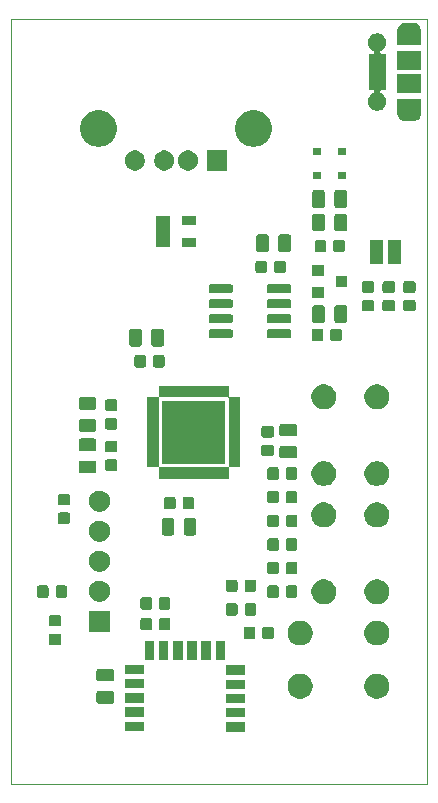
<source format=gts>
G04 #@! TF.GenerationSoftware,KiCad,Pcbnew,(5.1.5)-3*
G04 #@! TF.CreationDate,2020-05-10T00:15:01-05:00*
G04 #@! TF.ProjectId,PWManager,50574d61-6e61-4676-9572-2e6b69636164,rev?*
G04 #@! TF.SameCoordinates,Original*
G04 #@! TF.FileFunction,Soldermask,Top*
G04 #@! TF.FilePolarity,Negative*
%FSLAX46Y46*%
G04 Gerber Fmt 4.6, Leading zero omitted, Abs format (unit mm)*
G04 Created by KiCad (PCBNEW (5.1.5)-3) date 2020-05-10 00:15:01*
%MOMM*%
%LPD*%
G04 APERTURE LIST*
%ADD10C,0.050000*%
%ADD11C,0.100000*%
G04 APERTURE END LIST*
D10*
X157750000Y-86750000D02*
X157750000Y-22000000D01*
X157750000Y-86750000D02*
X122500000Y-86750000D01*
X122500000Y-86750000D02*
X122500000Y-22000000D01*
X157750000Y-22000000D02*
X122500000Y-22000000D01*
D11*
G36*
X142301000Y-82351000D02*
G01*
X140699000Y-82351000D01*
X140699000Y-81549000D01*
X142301000Y-81549000D01*
X142301000Y-82351000D01*
G37*
G36*
X133801000Y-82301000D02*
G01*
X132199000Y-82301000D01*
X132199000Y-81499000D01*
X133801000Y-81499000D01*
X133801000Y-82301000D01*
G37*
G36*
X142301000Y-81151000D02*
G01*
X140699000Y-81151000D01*
X140699000Y-80349000D01*
X142301000Y-80349000D01*
X142301000Y-81151000D01*
G37*
G36*
X133801000Y-81101000D02*
G01*
X132199000Y-81101000D01*
X132199000Y-80299000D01*
X133801000Y-80299000D01*
X133801000Y-81101000D01*
G37*
G36*
X131084468Y-78903565D02*
G01*
X131123138Y-78915296D01*
X131158777Y-78934346D01*
X131190017Y-78959983D01*
X131215654Y-78991223D01*
X131234704Y-79026862D01*
X131246435Y-79065532D01*
X131251000Y-79111888D01*
X131251000Y-79763112D01*
X131246435Y-79809468D01*
X131234704Y-79848138D01*
X131215654Y-79883777D01*
X131190017Y-79915017D01*
X131158777Y-79940654D01*
X131123138Y-79959704D01*
X131084468Y-79971435D01*
X131038112Y-79976000D01*
X129961888Y-79976000D01*
X129915532Y-79971435D01*
X129876862Y-79959704D01*
X129841223Y-79940654D01*
X129809983Y-79915017D01*
X129784346Y-79883777D01*
X129765296Y-79848138D01*
X129753565Y-79809468D01*
X129749000Y-79763112D01*
X129749000Y-79111888D01*
X129753565Y-79065532D01*
X129765296Y-79026862D01*
X129784346Y-78991223D01*
X129809983Y-78959983D01*
X129841223Y-78934346D01*
X129876862Y-78915296D01*
X129915532Y-78903565D01*
X129961888Y-78899000D01*
X131038112Y-78899000D01*
X131084468Y-78903565D01*
G37*
G36*
X142301000Y-79951000D02*
G01*
X140699000Y-79951000D01*
X140699000Y-79149000D01*
X142301000Y-79149000D01*
X142301000Y-79951000D01*
G37*
G36*
X133801000Y-79901000D02*
G01*
X132199000Y-79901000D01*
X132199000Y-79099000D01*
X133801000Y-79099000D01*
X133801000Y-79901000D01*
G37*
G36*
X153806564Y-77489389D02*
G01*
X153997833Y-77568615D01*
X153997835Y-77568616D01*
X154169973Y-77683635D01*
X154316365Y-77830027D01*
X154411989Y-77973138D01*
X154431385Y-78002167D01*
X154510611Y-78193436D01*
X154551000Y-78396484D01*
X154551000Y-78603516D01*
X154510611Y-78806564D01*
X154434123Y-78991223D01*
X154431384Y-78997835D01*
X154316365Y-79169973D01*
X154169973Y-79316365D01*
X153997835Y-79431384D01*
X153997834Y-79431385D01*
X153997833Y-79431385D01*
X153806564Y-79510611D01*
X153603516Y-79551000D01*
X153396484Y-79551000D01*
X153193436Y-79510611D01*
X153002167Y-79431385D01*
X153002166Y-79431385D01*
X153002165Y-79431384D01*
X152830027Y-79316365D01*
X152683635Y-79169973D01*
X152568616Y-78997835D01*
X152565877Y-78991223D01*
X152489389Y-78806564D01*
X152449000Y-78603516D01*
X152449000Y-78396484D01*
X152489389Y-78193436D01*
X152568615Y-78002167D01*
X152588012Y-77973138D01*
X152683635Y-77830027D01*
X152830027Y-77683635D01*
X153002165Y-77568616D01*
X153002167Y-77568615D01*
X153193436Y-77489389D01*
X153396484Y-77449000D01*
X153603516Y-77449000D01*
X153806564Y-77489389D01*
G37*
G36*
X147306564Y-77489389D02*
G01*
X147497833Y-77568615D01*
X147497835Y-77568616D01*
X147669973Y-77683635D01*
X147816365Y-77830027D01*
X147911989Y-77973138D01*
X147931385Y-78002167D01*
X148010611Y-78193436D01*
X148051000Y-78396484D01*
X148051000Y-78603516D01*
X148010611Y-78806564D01*
X147934123Y-78991223D01*
X147931384Y-78997835D01*
X147816365Y-79169973D01*
X147669973Y-79316365D01*
X147497835Y-79431384D01*
X147497834Y-79431385D01*
X147497833Y-79431385D01*
X147306564Y-79510611D01*
X147103516Y-79551000D01*
X146896484Y-79551000D01*
X146693436Y-79510611D01*
X146502167Y-79431385D01*
X146502166Y-79431385D01*
X146502165Y-79431384D01*
X146330027Y-79316365D01*
X146183635Y-79169973D01*
X146068616Y-78997835D01*
X146065877Y-78991223D01*
X145989389Y-78806564D01*
X145949000Y-78603516D01*
X145949000Y-78396484D01*
X145989389Y-78193436D01*
X146068615Y-78002167D01*
X146088012Y-77973138D01*
X146183635Y-77830027D01*
X146330027Y-77683635D01*
X146502165Y-77568616D01*
X146502167Y-77568615D01*
X146693436Y-77489389D01*
X146896484Y-77449000D01*
X147103516Y-77449000D01*
X147306564Y-77489389D01*
G37*
G36*
X142301000Y-78751000D02*
G01*
X140699000Y-78751000D01*
X140699000Y-77949000D01*
X142301000Y-77949000D01*
X142301000Y-78751000D01*
G37*
G36*
X133801000Y-78701000D02*
G01*
X132199000Y-78701000D01*
X132199000Y-77899000D01*
X133801000Y-77899000D01*
X133801000Y-78701000D01*
G37*
G36*
X131084468Y-77028565D02*
G01*
X131123138Y-77040296D01*
X131158777Y-77059346D01*
X131190017Y-77084983D01*
X131215654Y-77116223D01*
X131234704Y-77151862D01*
X131246435Y-77190532D01*
X131251000Y-77236888D01*
X131251000Y-77888112D01*
X131246435Y-77934468D01*
X131234704Y-77973138D01*
X131215654Y-78008777D01*
X131190017Y-78040017D01*
X131158777Y-78065654D01*
X131123138Y-78084704D01*
X131084468Y-78096435D01*
X131038112Y-78101000D01*
X129961888Y-78101000D01*
X129915532Y-78096435D01*
X129876862Y-78084704D01*
X129841223Y-78065654D01*
X129809983Y-78040017D01*
X129784346Y-78008777D01*
X129765296Y-77973138D01*
X129753565Y-77934468D01*
X129749000Y-77888112D01*
X129749000Y-77236888D01*
X129753565Y-77190532D01*
X129765296Y-77151862D01*
X129784346Y-77116223D01*
X129809983Y-77084983D01*
X129841223Y-77059346D01*
X129876862Y-77040296D01*
X129915532Y-77028565D01*
X129961888Y-77024000D01*
X131038112Y-77024000D01*
X131084468Y-77028565D01*
G37*
G36*
X142301000Y-77551000D02*
G01*
X140699000Y-77551000D01*
X140699000Y-76749000D01*
X142301000Y-76749000D01*
X142301000Y-77551000D01*
G37*
G36*
X133801000Y-77501000D02*
G01*
X132199000Y-77501000D01*
X132199000Y-76699000D01*
X133801000Y-76699000D01*
X133801000Y-77501000D01*
G37*
G36*
X140651000Y-76301000D02*
G01*
X139849000Y-76301000D01*
X139849000Y-74699000D01*
X140651000Y-74699000D01*
X140651000Y-76301000D01*
G37*
G36*
X139451000Y-76301000D02*
G01*
X138649000Y-76301000D01*
X138649000Y-74699000D01*
X139451000Y-74699000D01*
X139451000Y-76301000D01*
G37*
G36*
X138251000Y-76301000D02*
G01*
X137449000Y-76301000D01*
X137449000Y-74699000D01*
X138251000Y-74699000D01*
X138251000Y-76301000D01*
G37*
G36*
X135851000Y-76301000D02*
G01*
X135049000Y-76301000D01*
X135049000Y-74699000D01*
X135851000Y-74699000D01*
X135851000Y-76301000D01*
G37*
G36*
X134651000Y-76301000D02*
G01*
X133849000Y-76301000D01*
X133849000Y-74699000D01*
X134651000Y-74699000D01*
X134651000Y-76301000D01*
G37*
G36*
X137051000Y-76301000D02*
G01*
X136249000Y-76301000D01*
X136249000Y-74699000D01*
X137051000Y-74699000D01*
X137051000Y-76301000D01*
G37*
G36*
X147306564Y-72989389D02*
G01*
X147497833Y-73068615D01*
X147497835Y-73068616D01*
X147669973Y-73183635D01*
X147816365Y-73330027D01*
X147924988Y-73492592D01*
X147931385Y-73502167D01*
X148010611Y-73693436D01*
X148051000Y-73896484D01*
X148051000Y-74103516D01*
X148010611Y-74306564D01*
X147932614Y-74494866D01*
X147931384Y-74497835D01*
X147816365Y-74669973D01*
X147669973Y-74816365D01*
X147497835Y-74931384D01*
X147497834Y-74931385D01*
X147497833Y-74931385D01*
X147306564Y-75010611D01*
X147103516Y-75051000D01*
X146896484Y-75051000D01*
X146693436Y-75010611D01*
X146502167Y-74931385D01*
X146502166Y-74931385D01*
X146502165Y-74931384D01*
X146330027Y-74816365D01*
X146183635Y-74669973D01*
X146068616Y-74497835D01*
X146067386Y-74494866D01*
X145989389Y-74306564D01*
X145949000Y-74103516D01*
X145949000Y-73896484D01*
X145989389Y-73693436D01*
X146068615Y-73502167D01*
X146075013Y-73492592D01*
X146183635Y-73330027D01*
X146330027Y-73183635D01*
X146502165Y-73068616D01*
X146502167Y-73068615D01*
X146693436Y-72989389D01*
X146896484Y-72949000D01*
X147103516Y-72949000D01*
X147306564Y-72989389D01*
G37*
G36*
X153806564Y-72989389D02*
G01*
X153997833Y-73068615D01*
X153997835Y-73068616D01*
X154169973Y-73183635D01*
X154316365Y-73330027D01*
X154424988Y-73492592D01*
X154431385Y-73502167D01*
X154510611Y-73693436D01*
X154551000Y-73896484D01*
X154551000Y-74103516D01*
X154510611Y-74306564D01*
X154432614Y-74494866D01*
X154431384Y-74497835D01*
X154316365Y-74669973D01*
X154169973Y-74816365D01*
X153997835Y-74931384D01*
X153997834Y-74931385D01*
X153997833Y-74931385D01*
X153806564Y-75010611D01*
X153603516Y-75051000D01*
X153396484Y-75051000D01*
X153193436Y-75010611D01*
X153002167Y-74931385D01*
X153002166Y-74931385D01*
X153002165Y-74931384D01*
X152830027Y-74816365D01*
X152683635Y-74669973D01*
X152568616Y-74497835D01*
X152567386Y-74494866D01*
X152489389Y-74306564D01*
X152449000Y-74103516D01*
X152449000Y-73896484D01*
X152489389Y-73693436D01*
X152568615Y-73502167D01*
X152575013Y-73492592D01*
X152683635Y-73330027D01*
X152830027Y-73183635D01*
X153002165Y-73068616D01*
X153002167Y-73068615D01*
X153193436Y-72989389D01*
X153396484Y-72949000D01*
X153603516Y-72949000D01*
X153806564Y-72989389D01*
G37*
G36*
X126629591Y-74053085D02*
G01*
X126663569Y-74063393D01*
X126694890Y-74080134D01*
X126722339Y-74102661D01*
X126744866Y-74130110D01*
X126761607Y-74161431D01*
X126771915Y-74195409D01*
X126776000Y-74236890D01*
X126776000Y-74838110D01*
X126771915Y-74879591D01*
X126761607Y-74913569D01*
X126744866Y-74944890D01*
X126722339Y-74972339D01*
X126694890Y-74994866D01*
X126663569Y-75011607D01*
X126629591Y-75021915D01*
X126588110Y-75026000D01*
X125911890Y-75026000D01*
X125870409Y-75021915D01*
X125836431Y-75011607D01*
X125805110Y-74994866D01*
X125777661Y-74972339D01*
X125755134Y-74944890D01*
X125738393Y-74913569D01*
X125728085Y-74879591D01*
X125724000Y-74838110D01*
X125724000Y-74236890D01*
X125728085Y-74195409D01*
X125738393Y-74161431D01*
X125755134Y-74130110D01*
X125777661Y-74102661D01*
X125805110Y-74080134D01*
X125836431Y-74063393D01*
X125870409Y-74053085D01*
X125911890Y-74049000D01*
X126588110Y-74049000D01*
X126629591Y-74053085D01*
G37*
G36*
X144629591Y-73478085D02*
G01*
X144663569Y-73488393D01*
X144694890Y-73505134D01*
X144722339Y-73527661D01*
X144744866Y-73555110D01*
X144761607Y-73586431D01*
X144771915Y-73620409D01*
X144776000Y-73661890D01*
X144776000Y-74338110D01*
X144771915Y-74379591D01*
X144761607Y-74413569D01*
X144744866Y-74444890D01*
X144722339Y-74472339D01*
X144694890Y-74494866D01*
X144663569Y-74511607D01*
X144629591Y-74521915D01*
X144588110Y-74526000D01*
X143986890Y-74526000D01*
X143945409Y-74521915D01*
X143911431Y-74511607D01*
X143880110Y-74494866D01*
X143852661Y-74472339D01*
X143830134Y-74444890D01*
X143813393Y-74413569D01*
X143803085Y-74379591D01*
X143799000Y-74338110D01*
X143799000Y-73661890D01*
X143803085Y-73620409D01*
X143813393Y-73586431D01*
X143830134Y-73555110D01*
X143852661Y-73527661D01*
X143880110Y-73505134D01*
X143911431Y-73488393D01*
X143945409Y-73478085D01*
X143986890Y-73474000D01*
X144588110Y-73474000D01*
X144629591Y-73478085D01*
G37*
G36*
X143054591Y-73478085D02*
G01*
X143088569Y-73488393D01*
X143119890Y-73505134D01*
X143147339Y-73527661D01*
X143169866Y-73555110D01*
X143186607Y-73586431D01*
X143196915Y-73620409D01*
X143201000Y-73661890D01*
X143201000Y-74338110D01*
X143196915Y-74379591D01*
X143186607Y-74413569D01*
X143169866Y-74444890D01*
X143147339Y-74472339D01*
X143119890Y-74494866D01*
X143088569Y-74511607D01*
X143054591Y-74521915D01*
X143013110Y-74526000D01*
X142411890Y-74526000D01*
X142370409Y-74521915D01*
X142336431Y-74511607D01*
X142305110Y-74494866D01*
X142277661Y-74472339D01*
X142255134Y-74444890D01*
X142238393Y-74413569D01*
X142228085Y-74379591D01*
X142224000Y-74338110D01*
X142224000Y-73661890D01*
X142228085Y-73620409D01*
X142238393Y-73586431D01*
X142255134Y-73555110D01*
X142277661Y-73527661D01*
X142305110Y-73505134D01*
X142336431Y-73488393D01*
X142370409Y-73478085D01*
X142411890Y-73474000D01*
X143013110Y-73474000D01*
X143054591Y-73478085D01*
G37*
G36*
X130901000Y-73901000D02*
G01*
X129099000Y-73901000D01*
X129099000Y-72099000D01*
X130901000Y-72099000D01*
X130901000Y-73901000D01*
G37*
G36*
X135879591Y-72728085D02*
G01*
X135913569Y-72738393D01*
X135944890Y-72755134D01*
X135972339Y-72777661D01*
X135994866Y-72805110D01*
X136011607Y-72836431D01*
X136021915Y-72870409D01*
X136026000Y-72911890D01*
X136026000Y-73588110D01*
X136021915Y-73629591D01*
X136011607Y-73663569D01*
X135994866Y-73694890D01*
X135972339Y-73722339D01*
X135944890Y-73744866D01*
X135913569Y-73761607D01*
X135879591Y-73771915D01*
X135838110Y-73776000D01*
X135236890Y-73776000D01*
X135195409Y-73771915D01*
X135161431Y-73761607D01*
X135130110Y-73744866D01*
X135102661Y-73722339D01*
X135080134Y-73694890D01*
X135063393Y-73663569D01*
X135053085Y-73629591D01*
X135049000Y-73588110D01*
X135049000Y-72911890D01*
X135053085Y-72870409D01*
X135063393Y-72836431D01*
X135080134Y-72805110D01*
X135102661Y-72777661D01*
X135130110Y-72755134D01*
X135161431Y-72738393D01*
X135195409Y-72728085D01*
X135236890Y-72724000D01*
X135838110Y-72724000D01*
X135879591Y-72728085D01*
G37*
G36*
X134304591Y-72728085D02*
G01*
X134338569Y-72738393D01*
X134369890Y-72755134D01*
X134397339Y-72777661D01*
X134419866Y-72805110D01*
X134436607Y-72836431D01*
X134446915Y-72870409D01*
X134451000Y-72911890D01*
X134451000Y-73588110D01*
X134446915Y-73629591D01*
X134436607Y-73663569D01*
X134419866Y-73694890D01*
X134397339Y-73722339D01*
X134369890Y-73744866D01*
X134338569Y-73761607D01*
X134304591Y-73771915D01*
X134263110Y-73776000D01*
X133661890Y-73776000D01*
X133620409Y-73771915D01*
X133586431Y-73761607D01*
X133555110Y-73744866D01*
X133527661Y-73722339D01*
X133505134Y-73694890D01*
X133488393Y-73663569D01*
X133478085Y-73629591D01*
X133474000Y-73588110D01*
X133474000Y-72911890D01*
X133478085Y-72870409D01*
X133488393Y-72836431D01*
X133505134Y-72805110D01*
X133527661Y-72777661D01*
X133555110Y-72755134D01*
X133586431Y-72738393D01*
X133620409Y-72728085D01*
X133661890Y-72724000D01*
X134263110Y-72724000D01*
X134304591Y-72728085D01*
G37*
G36*
X126629591Y-72478085D02*
G01*
X126663569Y-72488393D01*
X126694890Y-72505134D01*
X126722339Y-72527661D01*
X126744866Y-72555110D01*
X126761607Y-72586431D01*
X126771915Y-72620409D01*
X126776000Y-72661890D01*
X126776000Y-73263110D01*
X126771915Y-73304591D01*
X126761607Y-73338569D01*
X126744866Y-73369890D01*
X126722339Y-73397339D01*
X126694890Y-73419866D01*
X126663569Y-73436607D01*
X126629591Y-73446915D01*
X126588110Y-73451000D01*
X125911890Y-73451000D01*
X125870409Y-73446915D01*
X125836431Y-73436607D01*
X125805110Y-73419866D01*
X125777661Y-73397339D01*
X125755134Y-73369890D01*
X125738393Y-73338569D01*
X125728085Y-73304591D01*
X125724000Y-73263110D01*
X125724000Y-72661890D01*
X125728085Y-72620409D01*
X125738393Y-72586431D01*
X125755134Y-72555110D01*
X125777661Y-72527661D01*
X125805110Y-72505134D01*
X125836431Y-72488393D01*
X125870409Y-72478085D01*
X125911890Y-72474000D01*
X126588110Y-72474000D01*
X126629591Y-72478085D01*
G37*
G36*
X143129591Y-71478085D02*
G01*
X143163569Y-71488393D01*
X143194890Y-71505134D01*
X143222339Y-71527661D01*
X143244866Y-71555110D01*
X143261607Y-71586431D01*
X143271915Y-71620409D01*
X143276000Y-71661890D01*
X143276000Y-72338110D01*
X143271915Y-72379591D01*
X143261607Y-72413569D01*
X143244866Y-72444890D01*
X143222339Y-72472339D01*
X143194890Y-72494866D01*
X143163569Y-72511607D01*
X143129591Y-72521915D01*
X143088110Y-72526000D01*
X142486890Y-72526000D01*
X142445409Y-72521915D01*
X142411431Y-72511607D01*
X142380110Y-72494866D01*
X142352661Y-72472339D01*
X142330134Y-72444890D01*
X142313393Y-72413569D01*
X142303085Y-72379591D01*
X142299000Y-72338110D01*
X142299000Y-71661890D01*
X142303085Y-71620409D01*
X142313393Y-71586431D01*
X142330134Y-71555110D01*
X142352661Y-71527661D01*
X142380110Y-71505134D01*
X142411431Y-71488393D01*
X142445409Y-71478085D01*
X142486890Y-71474000D01*
X143088110Y-71474000D01*
X143129591Y-71478085D01*
G37*
G36*
X141554591Y-71478085D02*
G01*
X141588569Y-71488393D01*
X141619890Y-71505134D01*
X141647339Y-71527661D01*
X141669866Y-71555110D01*
X141686607Y-71586431D01*
X141696915Y-71620409D01*
X141701000Y-71661890D01*
X141701000Y-72338110D01*
X141696915Y-72379591D01*
X141686607Y-72413569D01*
X141669866Y-72444890D01*
X141647339Y-72472339D01*
X141619890Y-72494866D01*
X141588569Y-72511607D01*
X141554591Y-72521915D01*
X141513110Y-72526000D01*
X140911890Y-72526000D01*
X140870409Y-72521915D01*
X140836431Y-72511607D01*
X140805110Y-72494866D01*
X140777661Y-72472339D01*
X140755134Y-72444890D01*
X140738393Y-72413569D01*
X140728085Y-72379591D01*
X140724000Y-72338110D01*
X140724000Y-71661890D01*
X140728085Y-71620409D01*
X140738393Y-71586431D01*
X140755134Y-71555110D01*
X140777661Y-71527661D01*
X140805110Y-71505134D01*
X140836431Y-71488393D01*
X140870409Y-71478085D01*
X140911890Y-71474000D01*
X141513110Y-71474000D01*
X141554591Y-71478085D01*
G37*
G36*
X135879591Y-70978085D02*
G01*
X135913569Y-70988393D01*
X135944890Y-71005134D01*
X135972339Y-71027661D01*
X135994866Y-71055110D01*
X136011607Y-71086431D01*
X136021915Y-71120409D01*
X136026000Y-71161890D01*
X136026000Y-71838110D01*
X136021915Y-71879591D01*
X136011607Y-71913569D01*
X135994866Y-71944890D01*
X135972339Y-71972339D01*
X135944890Y-71994866D01*
X135913569Y-72011607D01*
X135879591Y-72021915D01*
X135838110Y-72026000D01*
X135236890Y-72026000D01*
X135195409Y-72021915D01*
X135161431Y-72011607D01*
X135130110Y-71994866D01*
X135102661Y-71972339D01*
X135080134Y-71944890D01*
X135063393Y-71913569D01*
X135053085Y-71879591D01*
X135049000Y-71838110D01*
X135049000Y-71161890D01*
X135053085Y-71120409D01*
X135063393Y-71086431D01*
X135080134Y-71055110D01*
X135102661Y-71027661D01*
X135130110Y-71005134D01*
X135161431Y-70988393D01*
X135195409Y-70978085D01*
X135236890Y-70974000D01*
X135838110Y-70974000D01*
X135879591Y-70978085D01*
G37*
G36*
X134304591Y-70978085D02*
G01*
X134338569Y-70988393D01*
X134369890Y-71005134D01*
X134397339Y-71027661D01*
X134419866Y-71055110D01*
X134436607Y-71086431D01*
X134446915Y-71120409D01*
X134451000Y-71161890D01*
X134451000Y-71838110D01*
X134446915Y-71879591D01*
X134436607Y-71913569D01*
X134419866Y-71944890D01*
X134397339Y-71972339D01*
X134369890Y-71994866D01*
X134338569Y-72011607D01*
X134304591Y-72021915D01*
X134263110Y-72026000D01*
X133661890Y-72026000D01*
X133620409Y-72021915D01*
X133586431Y-72011607D01*
X133555110Y-71994866D01*
X133527661Y-71972339D01*
X133505134Y-71944890D01*
X133488393Y-71913569D01*
X133478085Y-71879591D01*
X133474000Y-71838110D01*
X133474000Y-71161890D01*
X133478085Y-71120409D01*
X133488393Y-71086431D01*
X133505134Y-71055110D01*
X133527661Y-71027661D01*
X133555110Y-71005134D01*
X133586431Y-70988393D01*
X133620409Y-70978085D01*
X133661890Y-70974000D01*
X134263110Y-70974000D01*
X134304591Y-70978085D01*
G37*
G36*
X149306564Y-69489389D02*
G01*
X149474620Y-69559000D01*
X149497835Y-69568616D01*
X149669973Y-69683635D01*
X149816365Y-69830027D01*
X149924988Y-69992592D01*
X149931385Y-70002167D01*
X150010611Y-70193436D01*
X150051000Y-70396484D01*
X150051000Y-70603516D01*
X150010611Y-70806564D01*
X149935295Y-70988393D01*
X149931384Y-70997835D01*
X149816365Y-71169973D01*
X149669973Y-71316365D01*
X149497835Y-71431384D01*
X149497834Y-71431385D01*
X149497833Y-71431385D01*
X149306564Y-71510611D01*
X149103516Y-71551000D01*
X148896484Y-71551000D01*
X148693436Y-71510611D01*
X148502167Y-71431385D01*
X148502166Y-71431385D01*
X148502165Y-71431384D01*
X148330027Y-71316365D01*
X148183635Y-71169973D01*
X148068616Y-70997835D01*
X148064705Y-70988393D01*
X147989389Y-70806564D01*
X147949000Y-70603516D01*
X147949000Y-70396484D01*
X147989389Y-70193436D01*
X148068615Y-70002167D01*
X148075013Y-69992592D01*
X148183635Y-69830027D01*
X148330027Y-69683635D01*
X148502165Y-69568616D01*
X148525380Y-69559000D01*
X148693436Y-69489389D01*
X148896484Y-69449000D01*
X149103516Y-69449000D01*
X149306564Y-69489389D01*
G37*
G36*
X153806564Y-69489389D02*
G01*
X153974620Y-69559000D01*
X153997835Y-69568616D01*
X154169973Y-69683635D01*
X154316365Y-69830027D01*
X154424988Y-69992592D01*
X154431385Y-70002167D01*
X154510611Y-70193436D01*
X154551000Y-70396484D01*
X154551000Y-70603516D01*
X154510611Y-70806564D01*
X154435295Y-70988393D01*
X154431384Y-70997835D01*
X154316365Y-71169973D01*
X154169973Y-71316365D01*
X153997835Y-71431384D01*
X153997834Y-71431385D01*
X153997833Y-71431385D01*
X153806564Y-71510611D01*
X153603516Y-71551000D01*
X153396484Y-71551000D01*
X153193436Y-71510611D01*
X153002167Y-71431385D01*
X153002166Y-71431385D01*
X153002165Y-71431384D01*
X152830027Y-71316365D01*
X152683635Y-71169973D01*
X152568616Y-70997835D01*
X152564705Y-70988393D01*
X152489389Y-70806564D01*
X152449000Y-70603516D01*
X152449000Y-70396484D01*
X152489389Y-70193436D01*
X152568615Y-70002167D01*
X152575013Y-69992592D01*
X152683635Y-69830027D01*
X152830027Y-69683635D01*
X153002165Y-69568616D01*
X153025380Y-69559000D01*
X153193436Y-69489389D01*
X153396484Y-69449000D01*
X153603516Y-69449000D01*
X153806564Y-69489389D01*
G37*
G36*
X130113512Y-69563927D02*
G01*
X130262812Y-69593624D01*
X130426784Y-69661544D01*
X130574354Y-69760147D01*
X130699853Y-69885646D01*
X130798456Y-70033216D01*
X130866376Y-70197188D01*
X130901000Y-70371259D01*
X130901000Y-70548741D01*
X130866376Y-70722812D01*
X130798456Y-70886784D01*
X130699853Y-71034354D01*
X130574354Y-71159853D01*
X130426784Y-71258456D01*
X130262812Y-71326376D01*
X130113512Y-71356073D01*
X130088742Y-71361000D01*
X129911258Y-71361000D01*
X129886488Y-71356073D01*
X129737188Y-71326376D01*
X129573216Y-71258456D01*
X129425646Y-71159853D01*
X129300147Y-71034354D01*
X129201544Y-70886784D01*
X129133624Y-70722812D01*
X129099000Y-70548741D01*
X129099000Y-70371259D01*
X129133624Y-70197188D01*
X129201544Y-70033216D01*
X129300147Y-69885646D01*
X129425646Y-69760147D01*
X129573216Y-69661544D01*
X129737188Y-69593624D01*
X129886488Y-69563927D01*
X129911258Y-69559000D01*
X130088742Y-69559000D01*
X130113512Y-69563927D01*
G37*
G36*
X145054591Y-69978085D02*
G01*
X145088569Y-69988393D01*
X145119890Y-70005134D01*
X145147339Y-70027661D01*
X145169866Y-70055110D01*
X145186607Y-70086431D01*
X145196915Y-70120409D01*
X145201000Y-70161890D01*
X145201000Y-70838110D01*
X145196915Y-70879591D01*
X145186607Y-70913569D01*
X145169866Y-70944890D01*
X145147339Y-70972339D01*
X145119890Y-70994866D01*
X145088569Y-71011607D01*
X145054591Y-71021915D01*
X145013110Y-71026000D01*
X144411890Y-71026000D01*
X144370409Y-71021915D01*
X144336431Y-71011607D01*
X144305110Y-70994866D01*
X144277661Y-70972339D01*
X144255134Y-70944890D01*
X144238393Y-70913569D01*
X144228085Y-70879591D01*
X144224000Y-70838110D01*
X144224000Y-70161890D01*
X144228085Y-70120409D01*
X144238393Y-70086431D01*
X144255134Y-70055110D01*
X144277661Y-70027661D01*
X144305110Y-70005134D01*
X144336431Y-69988393D01*
X144370409Y-69978085D01*
X144411890Y-69974000D01*
X145013110Y-69974000D01*
X145054591Y-69978085D01*
G37*
G36*
X146629591Y-69978085D02*
G01*
X146663569Y-69988393D01*
X146694890Y-70005134D01*
X146722339Y-70027661D01*
X146744866Y-70055110D01*
X146761607Y-70086431D01*
X146771915Y-70120409D01*
X146776000Y-70161890D01*
X146776000Y-70838110D01*
X146771915Y-70879591D01*
X146761607Y-70913569D01*
X146744866Y-70944890D01*
X146722339Y-70972339D01*
X146694890Y-70994866D01*
X146663569Y-71011607D01*
X146629591Y-71021915D01*
X146588110Y-71026000D01*
X145986890Y-71026000D01*
X145945409Y-71021915D01*
X145911431Y-71011607D01*
X145880110Y-70994866D01*
X145852661Y-70972339D01*
X145830134Y-70944890D01*
X145813393Y-70913569D01*
X145803085Y-70879591D01*
X145799000Y-70838110D01*
X145799000Y-70161890D01*
X145803085Y-70120409D01*
X145813393Y-70086431D01*
X145830134Y-70055110D01*
X145852661Y-70027661D01*
X145880110Y-70005134D01*
X145911431Y-69988393D01*
X145945409Y-69978085D01*
X145986890Y-69974000D01*
X146588110Y-69974000D01*
X146629591Y-69978085D01*
G37*
G36*
X125554591Y-69978085D02*
G01*
X125588569Y-69988393D01*
X125619890Y-70005134D01*
X125647339Y-70027661D01*
X125669866Y-70055110D01*
X125686607Y-70086431D01*
X125696915Y-70120409D01*
X125701000Y-70161890D01*
X125701000Y-70838110D01*
X125696915Y-70879591D01*
X125686607Y-70913569D01*
X125669866Y-70944890D01*
X125647339Y-70972339D01*
X125619890Y-70994866D01*
X125588569Y-71011607D01*
X125554591Y-71021915D01*
X125513110Y-71026000D01*
X124911890Y-71026000D01*
X124870409Y-71021915D01*
X124836431Y-71011607D01*
X124805110Y-70994866D01*
X124777661Y-70972339D01*
X124755134Y-70944890D01*
X124738393Y-70913569D01*
X124728085Y-70879591D01*
X124724000Y-70838110D01*
X124724000Y-70161890D01*
X124728085Y-70120409D01*
X124738393Y-70086431D01*
X124755134Y-70055110D01*
X124777661Y-70027661D01*
X124805110Y-70005134D01*
X124836431Y-69988393D01*
X124870409Y-69978085D01*
X124911890Y-69974000D01*
X125513110Y-69974000D01*
X125554591Y-69978085D01*
G37*
G36*
X127129591Y-69978085D02*
G01*
X127163569Y-69988393D01*
X127194890Y-70005134D01*
X127222339Y-70027661D01*
X127244866Y-70055110D01*
X127261607Y-70086431D01*
X127271915Y-70120409D01*
X127276000Y-70161890D01*
X127276000Y-70838110D01*
X127271915Y-70879591D01*
X127261607Y-70913569D01*
X127244866Y-70944890D01*
X127222339Y-70972339D01*
X127194890Y-70994866D01*
X127163569Y-71011607D01*
X127129591Y-71021915D01*
X127088110Y-71026000D01*
X126486890Y-71026000D01*
X126445409Y-71021915D01*
X126411431Y-71011607D01*
X126380110Y-70994866D01*
X126352661Y-70972339D01*
X126330134Y-70944890D01*
X126313393Y-70913569D01*
X126303085Y-70879591D01*
X126299000Y-70838110D01*
X126299000Y-70161890D01*
X126303085Y-70120409D01*
X126313393Y-70086431D01*
X126330134Y-70055110D01*
X126352661Y-70027661D01*
X126380110Y-70005134D01*
X126411431Y-69988393D01*
X126445409Y-69978085D01*
X126486890Y-69974000D01*
X127088110Y-69974000D01*
X127129591Y-69978085D01*
G37*
G36*
X141554591Y-69478085D02*
G01*
X141588569Y-69488393D01*
X141619890Y-69505134D01*
X141647339Y-69527661D01*
X141669866Y-69555110D01*
X141686607Y-69586431D01*
X141696915Y-69620409D01*
X141701000Y-69661890D01*
X141701000Y-70338110D01*
X141696915Y-70379591D01*
X141686607Y-70413569D01*
X141669866Y-70444890D01*
X141647339Y-70472339D01*
X141619890Y-70494866D01*
X141588569Y-70511607D01*
X141554591Y-70521915D01*
X141513110Y-70526000D01*
X140911890Y-70526000D01*
X140870409Y-70521915D01*
X140836431Y-70511607D01*
X140805110Y-70494866D01*
X140777661Y-70472339D01*
X140755134Y-70444890D01*
X140738393Y-70413569D01*
X140728085Y-70379591D01*
X140724000Y-70338110D01*
X140724000Y-69661890D01*
X140728085Y-69620409D01*
X140738393Y-69586431D01*
X140755134Y-69555110D01*
X140777661Y-69527661D01*
X140805110Y-69505134D01*
X140836431Y-69488393D01*
X140870409Y-69478085D01*
X140911890Y-69474000D01*
X141513110Y-69474000D01*
X141554591Y-69478085D01*
G37*
G36*
X143129591Y-69478085D02*
G01*
X143163569Y-69488393D01*
X143194890Y-69505134D01*
X143222339Y-69527661D01*
X143244866Y-69555110D01*
X143261607Y-69586431D01*
X143271915Y-69620409D01*
X143276000Y-69661890D01*
X143276000Y-70338110D01*
X143271915Y-70379591D01*
X143261607Y-70413569D01*
X143244866Y-70444890D01*
X143222339Y-70472339D01*
X143194890Y-70494866D01*
X143163569Y-70511607D01*
X143129591Y-70521915D01*
X143088110Y-70526000D01*
X142486890Y-70526000D01*
X142445409Y-70521915D01*
X142411431Y-70511607D01*
X142380110Y-70494866D01*
X142352661Y-70472339D01*
X142330134Y-70444890D01*
X142313393Y-70413569D01*
X142303085Y-70379591D01*
X142299000Y-70338110D01*
X142299000Y-69661890D01*
X142303085Y-69620409D01*
X142313393Y-69586431D01*
X142330134Y-69555110D01*
X142352661Y-69527661D01*
X142380110Y-69505134D01*
X142411431Y-69488393D01*
X142445409Y-69478085D01*
X142486890Y-69474000D01*
X143088110Y-69474000D01*
X143129591Y-69478085D01*
G37*
G36*
X146629591Y-67978085D02*
G01*
X146663569Y-67988393D01*
X146694890Y-68005134D01*
X146722339Y-68027661D01*
X146744866Y-68055110D01*
X146761607Y-68086431D01*
X146771915Y-68120409D01*
X146776000Y-68161890D01*
X146776000Y-68838110D01*
X146771915Y-68879591D01*
X146761607Y-68913569D01*
X146744866Y-68944890D01*
X146722339Y-68972339D01*
X146694890Y-68994866D01*
X146663569Y-69011607D01*
X146629591Y-69021915D01*
X146588110Y-69026000D01*
X145986890Y-69026000D01*
X145945409Y-69021915D01*
X145911431Y-69011607D01*
X145880110Y-68994866D01*
X145852661Y-68972339D01*
X145830134Y-68944890D01*
X145813393Y-68913569D01*
X145803085Y-68879591D01*
X145799000Y-68838110D01*
X145799000Y-68161890D01*
X145803085Y-68120409D01*
X145813393Y-68086431D01*
X145830134Y-68055110D01*
X145852661Y-68027661D01*
X145880110Y-68005134D01*
X145911431Y-67988393D01*
X145945409Y-67978085D01*
X145986890Y-67974000D01*
X146588110Y-67974000D01*
X146629591Y-67978085D01*
G37*
G36*
X145054591Y-67978085D02*
G01*
X145088569Y-67988393D01*
X145119890Y-68005134D01*
X145147339Y-68027661D01*
X145169866Y-68055110D01*
X145186607Y-68086431D01*
X145196915Y-68120409D01*
X145201000Y-68161890D01*
X145201000Y-68838110D01*
X145196915Y-68879591D01*
X145186607Y-68913569D01*
X145169866Y-68944890D01*
X145147339Y-68972339D01*
X145119890Y-68994866D01*
X145088569Y-69011607D01*
X145054591Y-69021915D01*
X145013110Y-69026000D01*
X144411890Y-69026000D01*
X144370409Y-69021915D01*
X144336431Y-69011607D01*
X144305110Y-68994866D01*
X144277661Y-68972339D01*
X144255134Y-68944890D01*
X144238393Y-68913569D01*
X144228085Y-68879591D01*
X144224000Y-68838110D01*
X144224000Y-68161890D01*
X144228085Y-68120409D01*
X144238393Y-68086431D01*
X144255134Y-68055110D01*
X144277661Y-68027661D01*
X144305110Y-68005134D01*
X144336431Y-67988393D01*
X144370409Y-67978085D01*
X144411890Y-67974000D01*
X145013110Y-67974000D01*
X145054591Y-67978085D01*
G37*
G36*
X130103396Y-67021915D02*
G01*
X130262812Y-67053624D01*
X130426784Y-67121544D01*
X130574354Y-67220147D01*
X130699853Y-67345646D01*
X130798456Y-67493216D01*
X130866376Y-67657188D01*
X130896073Y-67806488D01*
X130901000Y-67831258D01*
X130901000Y-68008742D01*
X130897237Y-68027661D01*
X130866376Y-68182812D01*
X130798456Y-68346784D01*
X130699853Y-68494354D01*
X130574354Y-68619853D01*
X130426784Y-68718456D01*
X130262812Y-68786376D01*
X130113512Y-68816073D01*
X130088742Y-68821000D01*
X129911258Y-68821000D01*
X129886488Y-68816073D01*
X129737188Y-68786376D01*
X129573216Y-68718456D01*
X129425646Y-68619853D01*
X129300147Y-68494354D01*
X129201544Y-68346784D01*
X129133624Y-68182812D01*
X129102763Y-68027661D01*
X129099000Y-68008742D01*
X129099000Y-67831258D01*
X129103927Y-67806488D01*
X129133624Y-67657188D01*
X129201544Y-67493216D01*
X129300147Y-67345646D01*
X129425646Y-67220147D01*
X129573216Y-67121544D01*
X129737188Y-67053624D01*
X129896604Y-67021915D01*
X129911258Y-67019000D01*
X130088742Y-67019000D01*
X130103396Y-67021915D01*
G37*
G36*
X145054591Y-65978085D02*
G01*
X145088569Y-65988393D01*
X145119890Y-66005134D01*
X145147339Y-66027661D01*
X145169866Y-66055110D01*
X145186607Y-66086431D01*
X145196915Y-66120409D01*
X145201000Y-66161890D01*
X145201000Y-66838110D01*
X145196915Y-66879591D01*
X145186607Y-66913569D01*
X145169866Y-66944890D01*
X145147339Y-66972339D01*
X145119890Y-66994866D01*
X145088569Y-67011607D01*
X145054591Y-67021915D01*
X145013110Y-67026000D01*
X144411890Y-67026000D01*
X144370409Y-67021915D01*
X144336431Y-67011607D01*
X144305110Y-66994866D01*
X144277661Y-66972339D01*
X144255134Y-66944890D01*
X144238393Y-66913569D01*
X144228085Y-66879591D01*
X144224000Y-66838110D01*
X144224000Y-66161890D01*
X144228085Y-66120409D01*
X144238393Y-66086431D01*
X144255134Y-66055110D01*
X144277661Y-66027661D01*
X144305110Y-66005134D01*
X144336431Y-65988393D01*
X144370409Y-65978085D01*
X144411890Y-65974000D01*
X145013110Y-65974000D01*
X145054591Y-65978085D01*
G37*
G36*
X146629591Y-65978085D02*
G01*
X146663569Y-65988393D01*
X146694890Y-66005134D01*
X146722339Y-66027661D01*
X146744866Y-66055110D01*
X146761607Y-66086431D01*
X146771915Y-66120409D01*
X146776000Y-66161890D01*
X146776000Y-66838110D01*
X146771915Y-66879591D01*
X146761607Y-66913569D01*
X146744866Y-66944890D01*
X146722339Y-66972339D01*
X146694890Y-66994866D01*
X146663569Y-67011607D01*
X146629591Y-67021915D01*
X146588110Y-67026000D01*
X145986890Y-67026000D01*
X145945409Y-67021915D01*
X145911431Y-67011607D01*
X145880110Y-66994866D01*
X145852661Y-66972339D01*
X145830134Y-66944890D01*
X145813393Y-66913569D01*
X145803085Y-66879591D01*
X145799000Y-66838110D01*
X145799000Y-66161890D01*
X145803085Y-66120409D01*
X145813393Y-66086431D01*
X145830134Y-66055110D01*
X145852661Y-66027661D01*
X145880110Y-66005134D01*
X145911431Y-65988393D01*
X145945409Y-65978085D01*
X145986890Y-65974000D01*
X146588110Y-65974000D01*
X146629591Y-65978085D01*
G37*
G36*
X130113512Y-64483927D02*
G01*
X130262812Y-64513624D01*
X130426784Y-64581544D01*
X130574354Y-64680147D01*
X130699853Y-64805646D01*
X130798456Y-64953216D01*
X130866376Y-65117188D01*
X130896073Y-65266488D01*
X130901000Y-65291258D01*
X130901000Y-65468742D01*
X130896073Y-65493512D01*
X130866376Y-65642812D01*
X130798456Y-65806784D01*
X130699853Y-65954354D01*
X130574354Y-66079853D01*
X130426784Y-66178456D01*
X130262812Y-66246376D01*
X130113512Y-66276073D01*
X130088742Y-66281000D01*
X129911258Y-66281000D01*
X129886488Y-66276073D01*
X129737188Y-66246376D01*
X129573216Y-66178456D01*
X129425646Y-66079853D01*
X129300147Y-65954354D01*
X129201544Y-65806784D01*
X129133624Y-65642812D01*
X129103927Y-65493512D01*
X129099000Y-65468742D01*
X129099000Y-65291258D01*
X129103927Y-65266488D01*
X129133624Y-65117188D01*
X129201544Y-64953216D01*
X129300147Y-64805646D01*
X129425646Y-64680147D01*
X129573216Y-64581544D01*
X129737188Y-64513624D01*
X129886488Y-64483927D01*
X129911258Y-64479000D01*
X130088742Y-64479000D01*
X130113512Y-64483927D01*
G37*
G36*
X138059468Y-64253565D02*
G01*
X138098138Y-64265296D01*
X138133777Y-64284346D01*
X138165017Y-64309983D01*
X138190654Y-64341223D01*
X138209704Y-64376862D01*
X138221435Y-64415532D01*
X138226000Y-64461888D01*
X138226000Y-65538112D01*
X138221435Y-65584468D01*
X138209704Y-65623138D01*
X138190654Y-65658777D01*
X138165017Y-65690017D01*
X138133777Y-65715654D01*
X138098138Y-65734704D01*
X138059468Y-65746435D01*
X138013112Y-65751000D01*
X137361888Y-65751000D01*
X137315532Y-65746435D01*
X137276862Y-65734704D01*
X137241223Y-65715654D01*
X137209983Y-65690017D01*
X137184346Y-65658777D01*
X137165296Y-65623138D01*
X137153565Y-65584468D01*
X137149000Y-65538112D01*
X137149000Y-64461888D01*
X137153565Y-64415532D01*
X137165296Y-64376862D01*
X137184346Y-64341223D01*
X137209983Y-64309983D01*
X137241223Y-64284346D01*
X137276862Y-64265296D01*
X137315532Y-64253565D01*
X137361888Y-64249000D01*
X138013112Y-64249000D01*
X138059468Y-64253565D01*
G37*
G36*
X136184468Y-64253565D02*
G01*
X136223138Y-64265296D01*
X136258777Y-64284346D01*
X136290017Y-64309983D01*
X136315654Y-64341223D01*
X136334704Y-64376862D01*
X136346435Y-64415532D01*
X136351000Y-64461888D01*
X136351000Y-65538112D01*
X136346435Y-65584468D01*
X136334704Y-65623138D01*
X136315654Y-65658777D01*
X136290017Y-65690017D01*
X136258777Y-65715654D01*
X136223138Y-65734704D01*
X136184468Y-65746435D01*
X136138112Y-65751000D01*
X135486888Y-65751000D01*
X135440532Y-65746435D01*
X135401862Y-65734704D01*
X135366223Y-65715654D01*
X135334983Y-65690017D01*
X135309346Y-65658777D01*
X135290296Y-65623138D01*
X135278565Y-65584468D01*
X135274000Y-65538112D01*
X135274000Y-64461888D01*
X135278565Y-64415532D01*
X135290296Y-64376862D01*
X135309346Y-64341223D01*
X135334983Y-64309983D01*
X135366223Y-64284346D01*
X135401862Y-64265296D01*
X135440532Y-64253565D01*
X135486888Y-64249000D01*
X136138112Y-64249000D01*
X136184468Y-64253565D01*
G37*
G36*
X149306564Y-62989389D02*
G01*
X149497833Y-63068615D01*
X149497835Y-63068616D01*
X149669973Y-63183635D01*
X149816365Y-63330027D01*
X149872711Y-63414354D01*
X149931385Y-63502167D01*
X150010611Y-63693436D01*
X150051000Y-63896484D01*
X150051000Y-64103516D01*
X150010611Y-64306564D01*
X149965475Y-64415532D01*
X149931384Y-64497835D01*
X149816365Y-64669973D01*
X149669973Y-64816365D01*
X149497835Y-64931384D01*
X149497834Y-64931385D01*
X149497833Y-64931385D01*
X149306564Y-65010611D01*
X149103516Y-65051000D01*
X148896484Y-65051000D01*
X148693436Y-65010611D01*
X148502167Y-64931385D01*
X148502166Y-64931385D01*
X148502165Y-64931384D01*
X148330027Y-64816365D01*
X148183635Y-64669973D01*
X148068616Y-64497835D01*
X148034525Y-64415532D01*
X147989389Y-64306564D01*
X147949000Y-64103516D01*
X147949000Y-63896484D01*
X147989389Y-63693436D01*
X148068615Y-63502167D01*
X148127290Y-63414354D01*
X148183635Y-63330027D01*
X148330027Y-63183635D01*
X148502165Y-63068616D01*
X148502167Y-63068615D01*
X148693436Y-62989389D01*
X148896484Y-62949000D01*
X149103516Y-62949000D01*
X149306564Y-62989389D01*
G37*
G36*
X153806564Y-62989389D02*
G01*
X153997833Y-63068615D01*
X153997835Y-63068616D01*
X154169973Y-63183635D01*
X154316365Y-63330027D01*
X154372711Y-63414354D01*
X154431385Y-63502167D01*
X154510611Y-63693436D01*
X154551000Y-63896484D01*
X154551000Y-64103516D01*
X154510611Y-64306564D01*
X154465475Y-64415532D01*
X154431384Y-64497835D01*
X154316365Y-64669973D01*
X154169973Y-64816365D01*
X153997835Y-64931384D01*
X153997834Y-64931385D01*
X153997833Y-64931385D01*
X153806564Y-65010611D01*
X153603516Y-65051000D01*
X153396484Y-65051000D01*
X153193436Y-65010611D01*
X153002167Y-64931385D01*
X153002166Y-64931385D01*
X153002165Y-64931384D01*
X152830027Y-64816365D01*
X152683635Y-64669973D01*
X152568616Y-64497835D01*
X152534525Y-64415532D01*
X152489389Y-64306564D01*
X152449000Y-64103516D01*
X152449000Y-63896484D01*
X152489389Y-63693436D01*
X152568615Y-63502167D01*
X152627290Y-63414354D01*
X152683635Y-63330027D01*
X152830027Y-63183635D01*
X153002165Y-63068616D01*
X153002167Y-63068615D01*
X153193436Y-62989389D01*
X153396484Y-62949000D01*
X153603516Y-62949000D01*
X153806564Y-62989389D01*
G37*
G36*
X146629591Y-63978085D02*
G01*
X146663569Y-63988393D01*
X146694890Y-64005134D01*
X146722339Y-64027661D01*
X146744866Y-64055110D01*
X146761607Y-64086431D01*
X146771915Y-64120409D01*
X146776000Y-64161890D01*
X146776000Y-64838110D01*
X146771915Y-64879591D01*
X146761607Y-64913569D01*
X146744866Y-64944890D01*
X146722339Y-64972339D01*
X146694890Y-64994866D01*
X146663569Y-65011607D01*
X146629591Y-65021915D01*
X146588110Y-65026000D01*
X145986890Y-65026000D01*
X145945409Y-65021915D01*
X145911431Y-65011607D01*
X145880110Y-64994866D01*
X145852661Y-64972339D01*
X145830134Y-64944890D01*
X145813393Y-64913569D01*
X145803085Y-64879591D01*
X145799000Y-64838110D01*
X145799000Y-64161890D01*
X145803085Y-64120409D01*
X145813393Y-64086431D01*
X145830134Y-64055110D01*
X145852661Y-64027661D01*
X145880110Y-64005134D01*
X145911431Y-63988393D01*
X145945409Y-63978085D01*
X145986890Y-63974000D01*
X146588110Y-63974000D01*
X146629591Y-63978085D01*
G37*
G36*
X145054591Y-63978085D02*
G01*
X145088569Y-63988393D01*
X145119890Y-64005134D01*
X145147339Y-64027661D01*
X145169866Y-64055110D01*
X145186607Y-64086431D01*
X145196915Y-64120409D01*
X145201000Y-64161890D01*
X145201000Y-64838110D01*
X145196915Y-64879591D01*
X145186607Y-64913569D01*
X145169866Y-64944890D01*
X145147339Y-64972339D01*
X145119890Y-64994866D01*
X145088569Y-65011607D01*
X145054591Y-65021915D01*
X145013110Y-65026000D01*
X144411890Y-65026000D01*
X144370409Y-65021915D01*
X144336431Y-65011607D01*
X144305110Y-64994866D01*
X144277661Y-64972339D01*
X144255134Y-64944890D01*
X144238393Y-64913569D01*
X144228085Y-64879591D01*
X144224000Y-64838110D01*
X144224000Y-64161890D01*
X144228085Y-64120409D01*
X144238393Y-64086431D01*
X144255134Y-64055110D01*
X144277661Y-64027661D01*
X144305110Y-64005134D01*
X144336431Y-63988393D01*
X144370409Y-63978085D01*
X144411890Y-63974000D01*
X145013110Y-63974000D01*
X145054591Y-63978085D01*
G37*
G36*
X127379591Y-63803085D02*
G01*
X127413569Y-63813393D01*
X127444890Y-63830134D01*
X127472339Y-63852661D01*
X127494866Y-63880110D01*
X127511607Y-63911431D01*
X127521915Y-63945409D01*
X127526000Y-63986890D01*
X127526000Y-64588110D01*
X127521915Y-64629591D01*
X127511607Y-64663569D01*
X127494866Y-64694890D01*
X127472339Y-64722339D01*
X127444890Y-64744866D01*
X127413569Y-64761607D01*
X127379591Y-64771915D01*
X127338110Y-64776000D01*
X126661890Y-64776000D01*
X126620409Y-64771915D01*
X126586431Y-64761607D01*
X126555110Y-64744866D01*
X126527661Y-64722339D01*
X126505134Y-64694890D01*
X126488393Y-64663569D01*
X126478085Y-64629591D01*
X126474000Y-64588110D01*
X126474000Y-63986890D01*
X126478085Y-63945409D01*
X126488393Y-63911431D01*
X126505134Y-63880110D01*
X126527661Y-63852661D01*
X126555110Y-63830134D01*
X126586431Y-63813393D01*
X126620409Y-63803085D01*
X126661890Y-63799000D01*
X127338110Y-63799000D01*
X127379591Y-63803085D01*
G37*
G36*
X130113512Y-61943927D02*
G01*
X130262812Y-61973624D01*
X130426784Y-62041544D01*
X130574354Y-62140147D01*
X130699853Y-62265646D01*
X130798456Y-62413216D01*
X130866376Y-62577188D01*
X130901000Y-62751259D01*
X130901000Y-62928741D01*
X130866376Y-63102812D01*
X130798456Y-63266784D01*
X130699853Y-63414354D01*
X130574354Y-63539853D01*
X130426784Y-63638456D01*
X130262812Y-63706376D01*
X130113512Y-63736073D01*
X130088742Y-63741000D01*
X129911258Y-63741000D01*
X129886488Y-63736073D01*
X129737188Y-63706376D01*
X129573216Y-63638456D01*
X129425646Y-63539853D01*
X129300147Y-63414354D01*
X129201544Y-63266784D01*
X129133624Y-63102812D01*
X129099000Y-62928741D01*
X129099000Y-62751259D01*
X129133624Y-62577188D01*
X129201544Y-62413216D01*
X129300147Y-62265646D01*
X129425646Y-62140147D01*
X129573216Y-62041544D01*
X129737188Y-61973624D01*
X129886488Y-61943927D01*
X129911258Y-61939000D01*
X130088742Y-61939000D01*
X130113512Y-61943927D01*
G37*
G36*
X136304591Y-62478085D02*
G01*
X136338569Y-62488393D01*
X136369890Y-62505134D01*
X136397339Y-62527661D01*
X136419866Y-62555110D01*
X136436607Y-62586431D01*
X136446915Y-62620409D01*
X136451000Y-62661890D01*
X136451000Y-63338110D01*
X136446915Y-63379591D01*
X136436607Y-63413569D01*
X136419866Y-63444890D01*
X136397339Y-63472339D01*
X136369890Y-63494866D01*
X136338569Y-63511607D01*
X136304591Y-63521915D01*
X136263110Y-63526000D01*
X135661890Y-63526000D01*
X135620409Y-63521915D01*
X135586431Y-63511607D01*
X135555110Y-63494866D01*
X135527661Y-63472339D01*
X135505134Y-63444890D01*
X135488393Y-63413569D01*
X135478085Y-63379591D01*
X135474000Y-63338110D01*
X135474000Y-62661890D01*
X135478085Y-62620409D01*
X135488393Y-62586431D01*
X135505134Y-62555110D01*
X135527661Y-62527661D01*
X135555110Y-62505134D01*
X135586431Y-62488393D01*
X135620409Y-62478085D01*
X135661890Y-62474000D01*
X136263110Y-62474000D01*
X136304591Y-62478085D01*
G37*
G36*
X137879591Y-62478085D02*
G01*
X137913569Y-62488393D01*
X137944890Y-62505134D01*
X137972339Y-62527661D01*
X137994866Y-62555110D01*
X138011607Y-62586431D01*
X138021915Y-62620409D01*
X138026000Y-62661890D01*
X138026000Y-63338110D01*
X138021915Y-63379591D01*
X138011607Y-63413569D01*
X137994866Y-63444890D01*
X137972339Y-63472339D01*
X137944890Y-63494866D01*
X137913569Y-63511607D01*
X137879591Y-63521915D01*
X137838110Y-63526000D01*
X137236890Y-63526000D01*
X137195409Y-63521915D01*
X137161431Y-63511607D01*
X137130110Y-63494866D01*
X137102661Y-63472339D01*
X137080134Y-63444890D01*
X137063393Y-63413569D01*
X137053085Y-63379591D01*
X137049000Y-63338110D01*
X137049000Y-62661890D01*
X137053085Y-62620409D01*
X137063393Y-62586431D01*
X137080134Y-62555110D01*
X137102661Y-62527661D01*
X137130110Y-62505134D01*
X137161431Y-62488393D01*
X137195409Y-62478085D01*
X137236890Y-62474000D01*
X137838110Y-62474000D01*
X137879591Y-62478085D01*
G37*
G36*
X127379591Y-62228085D02*
G01*
X127413569Y-62238393D01*
X127444890Y-62255134D01*
X127472339Y-62277661D01*
X127494866Y-62305110D01*
X127511607Y-62336431D01*
X127521915Y-62370409D01*
X127526000Y-62411890D01*
X127526000Y-63013110D01*
X127521915Y-63054591D01*
X127511607Y-63088569D01*
X127494866Y-63119890D01*
X127472339Y-63147339D01*
X127444890Y-63169866D01*
X127413569Y-63186607D01*
X127379591Y-63196915D01*
X127338110Y-63201000D01*
X126661890Y-63201000D01*
X126620409Y-63196915D01*
X126586431Y-63186607D01*
X126555110Y-63169866D01*
X126527661Y-63147339D01*
X126505134Y-63119890D01*
X126488393Y-63088569D01*
X126478085Y-63054591D01*
X126474000Y-63013110D01*
X126474000Y-62411890D01*
X126478085Y-62370409D01*
X126488393Y-62336431D01*
X126505134Y-62305110D01*
X126527661Y-62277661D01*
X126555110Y-62255134D01*
X126586431Y-62238393D01*
X126620409Y-62228085D01*
X126661890Y-62224000D01*
X127338110Y-62224000D01*
X127379591Y-62228085D01*
G37*
G36*
X146629591Y-61978085D02*
G01*
X146663569Y-61988393D01*
X146694890Y-62005134D01*
X146722339Y-62027661D01*
X146744866Y-62055110D01*
X146761607Y-62086431D01*
X146771915Y-62120409D01*
X146776000Y-62161890D01*
X146776000Y-62838110D01*
X146771915Y-62879591D01*
X146761607Y-62913569D01*
X146744866Y-62944890D01*
X146722339Y-62972339D01*
X146694890Y-62994866D01*
X146663569Y-63011607D01*
X146629591Y-63021915D01*
X146588110Y-63026000D01*
X145986890Y-63026000D01*
X145945409Y-63021915D01*
X145911431Y-63011607D01*
X145880110Y-62994866D01*
X145852661Y-62972339D01*
X145830134Y-62944890D01*
X145813393Y-62913569D01*
X145803085Y-62879591D01*
X145799000Y-62838110D01*
X145799000Y-62161890D01*
X145803085Y-62120409D01*
X145813393Y-62086431D01*
X145830134Y-62055110D01*
X145852661Y-62027661D01*
X145880110Y-62005134D01*
X145911431Y-61988393D01*
X145945409Y-61978085D01*
X145986890Y-61974000D01*
X146588110Y-61974000D01*
X146629591Y-61978085D01*
G37*
G36*
X145054591Y-61978085D02*
G01*
X145088569Y-61988393D01*
X145119890Y-62005134D01*
X145147339Y-62027661D01*
X145169866Y-62055110D01*
X145186607Y-62086431D01*
X145196915Y-62120409D01*
X145201000Y-62161890D01*
X145201000Y-62838110D01*
X145196915Y-62879591D01*
X145186607Y-62913569D01*
X145169866Y-62944890D01*
X145147339Y-62972339D01*
X145119890Y-62994866D01*
X145088569Y-63011607D01*
X145054591Y-63021915D01*
X145013110Y-63026000D01*
X144411890Y-63026000D01*
X144370409Y-63021915D01*
X144336431Y-63011607D01*
X144305110Y-62994866D01*
X144277661Y-62972339D01*
X144255134Y-62944890D01*
X144238393Y-62913569D01*
X144228085Y-62879591D01*
X144224000Y-62838110D01*
X144224000Y-62161890D01*
X144228085Y-62120409D01*
X144238393Y-62086431D01*
X144255134Y-62055110D01*
X144277661Y-62027661D01*
X144305110Y-62005134D01*
X144336431Y-61988393D01*
X144370409Y-61978085D01*
X144411890Y-61974000D01*
X145013110Y-61974000D01*
X145054591Y-61978085D01*
G37*
G36*
X153806564Y-59489389D02*
G01*
X153989617Y-59565212D01*
X153997835Y-59568616D01*
X154169973Y-59683635D01*
X154316365Y-59830027D01*
X154424988Y-59992592D01*
X154431385Y-60002167D01*
X154510611Y-60193436D01*
X154551000Y-60396484D01*
X154551000Y-60603516D01*
X154510611Y-60806564D01*
X154432614Y-60994866D01*
X154431384Y-60997835D01*
X154316365Y-61169973D01*
X154169973Y-61316365D01*
X153997835Y-61431384D01*
X153997834Y-61431385D01*
X153997833Y-61431385D01*
X153806564Y-61510611D01*
X153603516Y-61551000D01*
X153396484Y-61551000D01*
X153193436Y-61510611D01*
X153002167Y-61431385D01*
X153002166Y-61431385D01*
X153002165Y-61431384D01*
X152830027Y-61316365D01*
X152683635Y-61169973D01*
X152568616Y-60997835D01*
X152567386Y-60994866D01*
X152489389Y-60806564D01*
X152449000Y-60603516D01*
X152449000Y-60396484D01*
X152489389Y-60193436D01*
X152568615Y-60002167D01*
X152575013Y-59992592D01*
X152683635Y-59830027D01*
X152830027Y-59683635D01*
X153002165Y-59568616D01*
X153010383Y-59565212D01*
X153193436Y-59489389D01*
X153396484Y-59449000D01*
X153603516Y-59449000D01*
X153806564Y-59489389D01*
G37*
G36*
X149306564Y-59489389D02*
G01*
X149489617Y-59565212D01*
X149497835Y-59568616D01*
X149669973Y-59683635D01*
X149816365Y-59830027D01*
X149924988Y-59992592D01*
X149931385Y-60002167D01*
X150010611Y-60193436D01*
X150051000Y-60396484D01*
X150051000Y-60603516D01*
X150010611Y-60806564D01*
X149932614Y-60994866D01*
X149931384Y-60997835D01*
X149816365Y-61169973D01*
X149669973Y-61316365D01*
X149497835Y-61431384D01*
X149497834Y-61431385D01*
X149497833Y-61431385D01*
X149306564Y-61510611D01*
X149103516Y-61551000D01*
X148896484Y-61551000D01*
X148693436Y-61510611D01*
X148502167Y-61431385D01*
X148502166Y-61431385D01*
X148502165Y-61431384D01*
X148330027Y-61316365D01*
X148183635Y-61169973D01*
X148068616Y-60997835D01*
X148067386Y-60994866D01*
X147989389Y-60806564D01*
X147949000Y-60603516D01*
X147949000Y-60396484D01*
X147989389Y-60193436D01*
X148068615Y-60002167D01*
X148075013Y-59992592D01*
X148183635Y-59830027D01*
X148330027Y-59683635D01*
X148502165Y-59568616D01*
X148510383Y-59565212D01*
X148693436Y-59489389D01*
X148896484Y-59449000D01*
X149103516Y-59449000D01*
X149306564Y-59489389D01*
G37*
G36*
X145054591Y-59978085D02*
G01*
X145088569Y-59988393D01*
X145119890Y-60005134D01*
X145147339Y-60027661D01*
X145169866Y-60055110D01*
X145186607Y-60086431D01*
X145196915Y-60120409D01*
X145201000Y-60161890D01*
X145201000Y-60838110D01*
X145196915Y-60879591D01*
X145186607Y-60913569D01*
X145169866Y-60944890D01*
X145147339Y-60972339D01*
X145119890Y-60994866D01*
X145088569Y-61011607D01*
X145054591Y-61021915D01*
X145013110Y-61026000D01*
X144411890Y-61026000D01*
X144370409Y-61021915D01*
X144336431Y-61011607D01*
X144305110Y-60994866D01*
X144277661Y-60972339D01*
X144255134Y-60944890D01*
X144238393Y-60913569D01*
X144228085Y-60879591D01*
X144224000Y-60838110D01*
X144224000Y-60161890D01*
X144228085Y-60120409D01*
X144238393Y-60086431D01*
X144255134Y-60055110D01*
X144277661Y-60027661D01*
X144305110Y-60005134D01*
X144336431Y-59988393D01*
X144370409Y-59978085D01*
X144411890Y-59974000D01*
X145013110Y-59974000D01*
X145054591Y-59978085D01*
G37*
G36*
X146629591Y-59978085D02*
G01*
X146663569Y-59988393D01*
X146694890Y-60005134D01*
X146722339Y-60027661D01*
X146744866Y-60055110D01*
X146761607Y-60086431D01*
X146771915Y-60120409D01*
X146776000Y-60161890D01*
X146776000Y-60838110D01*
X146771915Y-60879591D01*
X146761607Y-60913569D01*
X146744866Y-60944890D01*
X146722339Y-60972339D01*
X146694890Y-60994866D01*
X146663569Y-61011607D01*
X146629591Y-61021915D01*
X146588110Y-61026000D01*
X145986890Y-61026000D01*
X145945409Y-61021915D01*
X145911431Y-61011607D01*
X145880110Y-60994866D01*
X145852661Y-60972339D01*
X145830134Y-60944890D01*
X145813393Y-60913569D01*
X145803085Y-60879591D01*
X145799000Y-60838110D01*
X145799000Y-60161890D01*
X145803085Y-60120409D01*
X145813393Y-60086431D01*
X145830134Y-60055110D01*
X145852661Y-60027661D01*
X145880110Y-60005134D01*
X145911431Y-59988393D01*
X145945409Y-59978085D01*
X145986890Y-59974000D01*
X146588110Y-59974000D01*
X146629591Y-59978085D01*
G37*
G36*
X140951000Y-53924001D02*
G01*
X140953402Y-53948387D01*
X140960515Y-53971836D01*
X140972066Y-53993447D01*
X140987611Y-54012389D01*
X141006553Y-54027934D01*
X141028164Y-54039485D01*
X141051613Y-54046598D01*
X141075999Y-54049000D01*
X141926000Y-54049000D01*
X141926000Y-59951000D01*
X141075999Y-59951000D01*
X141051613Y-59953402D01*
X141028164Y-59960515D01*
X141006553Y-59972066D01*
X140987611Y-59987611D01*
X140972066Y-60006553D01*
X140960515Y-60028164D01*
X140953402Y-60051613D01*
X140951000Y-60075999D01*
X140951000Y-60926000D01*
X135049000Y-60926000D01*
X135049000Y-60075999D01*
X135046598Y-60051613D01*
X135039485Y-60028164D01*
X135027934Y-60006553D01*
X135012389Y-59987611D01*
X134993447Y-59972066D01*
X134971836Y-59960515D01*
X134948387Y-59953402D01*
X134924001Y-59951000D01*
X134074000Y-59951000D01*
X134074000Y-54150999D01*
X135026000Y-54150999D01*
X135026000Y-59849001D01*
X135028402Y-59873387D01*
X135035515Y-59896836D01*
X135047066Y-59918447D01*
X135062611Y-59937389D01*
X135081553Y-59952934D01*
X135103164Y-59964485D01*
X135126613Y-59971598D01*
X135150999Y-59974000D01*
X140849001Y-59974000D01*
X140873387Y-59971598D01*
X140896836Y-59964485D01*
X140918447Y-59952934D01*
X140937389Y-59937389D01*
X140952934Y-59918447D01*
X140964485Y-59896836D01*
X140971598Y-59873387D01*
X140974000Y-59849001D01*
X140974000Y-54150999D01*
X140971598Y-54126613D01*
X140964485Y-54103164D01*
X140952934Y-54081553D01*
X140937389Y-54062611D01*
X140918447Y-54047066D01*
X140896836Y-54035515D01*
X140873387Y-54028402D01*
X140849001Y-54026000D01*
X135150999Y-54026000D01*
X135126613Y-54028402D01*
X135103164Y-54035515D01*
X135081553Y-54047066D01*
X135062611Y-54062611D01*
X135047066Y-54081553D01*
X135035515Y-54103164D01*
X135028402Y-54126613D01*
X135026000Y-54150999D01*
X134074000Y-54150999D01*
X134074000Y-54049000D01*
X134924001Y-54049000D01*
X134948387Y-54046598D01*
X134971836Y-54039485D01*
X134993447Y-54027934D01*
X135012389Y-54012389D01*
X135027934Y-53993447D01*
X135039485Y-53971836D01*
X135046598Y-53948387D01*
X135049000Y-53924001D01*
X135049000Y-53074000D01*
X140951000Y-53074000D01*
X140951000Y-53924001D01*
G37*
G36*
X140676000Y-59676000D02*
G01*
X135324000Y-59676000D01*
X135324000Y-54324000D01*
X140676000Y-54324000D01*
X140676000Y-59676000D01*
G37*
G36*
X129584468Y-59403565D02*
G01*
X129623138Y-59415296D01*
X129658777Y-59434346D01*
X129690017Y-59459983D01*
X129715654Y-59491223D01*
X129734704Y-59526862D01*
X129746435Y-59565532D01*
X129751000Y-59611888D01*
X129751000Y-60263112D01*
X129746435Y-60309468D01*
X129734704Y-60348138D01*
X129715654Y-60383777D01*
X129690017Y-60415017D01*
X129658777Y-60440654D01*
X129623138Y-60459704D01*
X129584468Y-60471435D01*
X129538112Y-60476000D01*
X128461888Y-60476000D01*
X128415532Y-60471435D01*
X128376862Y-60459704D01*
X128341223Y-60440654D01*
X128309983Y-60415017D01*
X128284346Y-60383777D01*
X128265296Y-60348138D01*
X128253565Y-60309468D01*
X128249000Y-60263112D01*
X128249000Y-59611888D01*
X128253565Y-59565532D01*
X128265296Y-59526862D01*
X128284346Y-59491223D01*
X128309983Y-59459983D01*
X128341223Y-59434346D01*
X128376862Y-59415296D01*
X128415532Y-59403565D01*
X128461888Y-59399000D01*
X129538112Y-59399000D01*
X129584468Y-59403565D01*
G37*
G36*
X131379591Y-59303085D02*
G01*
X131413569Y-59313393D01*
X131444890Y-59330134D01*
X131472339Y-59352661D01*
X131494866Y-59380110D01*
X131511607Y-59411431D01*
X131521915Y-59445409D01*
X131526000Y-59486890D01*
X131526000Y-60088110D01*
X131521915Y-60129591D01*
X131511607Y-60163569D01*
X131494866Y-60194890D01*
X131472339Y-60222339D01*
X131444890Y-60244866D01*
X131413569Y-60261607D01*
X131379591Y-60271915D01*
X131338110Y-60276000D01*
X130661890Y-60276000D01*
X130620409Y-60271915D01*
X130586431Y-60261607D01*
X130555110Y-60244866D01*
X130527661Y-60222339D01*
X130505134Y-60194890D01*
X130488393Y-60163569D01*
X130478085Y-60129591D01*
X130474000Y-60088110D01*
X130474000Y-59486890D01*
X130478085Y-59445409D01*
X130488393Y-59411431D01*
X130505134Y-59380110D01*
X130527661Y-59352661D01*
X130555110Y-59330134D01*
X130586431Y-59313393D01*
X130620409Y-59303085D01*
X130661890Y-59299000D01*
X131338110Y-59299000D01*
X131379591Y-59303085D01*
G37*
G36*
X146584468Y-58153565D02*
G01*
X146623138Y-58165296D01*
X146658777Y-58184346D01*
X146690017Y-58209983D01*
X146715654Y-58241223D01*
X146734704Y-58276862D01*
X146746435Y-58315532D01*
X146751000Y-58361888D01*
X146751000Y-59013112D01*
X146746435Y-59059468D01*
X146734704Y-59098138D01*
X146715654Y-59133777D01*
X146690017Y-59165017D01*
X146658777Y-59190654D01*
X146623138Y-59209704D01*
X146584468Y-59221435D01*
X146538112Y-59226000D01*
X145461888Y-59226000D01*
X145415532Y-59221435D01*
X145376862Y-59209704D01*
X145341223Y-59190654D01*
X145309983Y-59165017D01*
X145284346Y-59133777D01*
X145265296Y-59098138D01*
X145253565Y-59059468D01*
X145249000Y-59013112D01*
X145249000Y-58361888D01*
X145253565Y-58315532D01*
X145265296Y-58276862D01*
X145284346Y-58241223D01*
X145309983Y-58209983D01*
X145341223Y-58184346D01*
X145376862Y-58165296D01*
X145415532Y-58153565D01*
X145461888Y-58149000D01*
X146538112Y-58149000D01*
X146584468Y-58153565D01*
G37*
G36*
X144629591Y-58053085D02*
G01*
X144663569Y-58063393D01*
X144694890Y-58080134D01*
X144722339Y-58102661D01*
X144744866Y-58130110D01*
X144761607Y-58161431D01*
X144771915Y-58195409D01*
X144776000Y-58236890D01*
X144776000Y-58838110D01*
X144771915Y-58879591D01*
X144761607Y-58913569D01*
X144744866Y-58944890D01*
X144722339Y-58972339D01*
X144694890Y-58994866D01*
X144663569Y-59011607D01*
X144629591Y-59021915D01*
X144588110Y-59026000D01*
X143911890Y-59026000D01*
X143870409Y-59021915D01*
X143836431Y-59011607D01*
X143805110Y-58994866D01*
X143777661Y-58972339D01*
X143755134Y-58944890D01*
X143738393Y-58913569D01*
X143728085Y-58879591D01*
X143724000Y-58838110D01*
X143724000Y-58236890D01*
X143728085Y-58195409D01*
X143738393Y-58161431D01*
X143755134Y-58130110D01*
X143777661Y-58102661D01*
X143805110Y-58080134D01*
X143836431Y-58063393D01*
X143870409Y-58053085D01*
X143911890Y-58049000D01*
X144588110Y-58049000D01*
X144629591Y-58053085D01*
G37*
G36*
X131379591Y-57728085D02*
G01*
X131413569Y-57738393D01*
X131444890Y-57755134D01*
X131472339Y-57777661D01*
X131494866Y-57805110D01*
X131511607Y-57836431D01*
X131521915Y-57870409D01*
X131526000Y-57911890D01*
X131526000Y-58513110D01*
X131521915Y-58554591D01*
X131511607Y-58588569D01*
X131494866Y-58619890D01*
X131472339Y-58647339D01*
X131444890Y-58669866D01*
X131413569Y-58686607D01*
X131379591Y-58696915D01*
X131338110Y-58701000D01*
X130661890Y-58701000D01*
X130620409Y-58696915D01*
X130586431Y-58686607D01*
X130555110Y-58669866D01*
X130527661Y-58647339D01*
X130505134Y-58619890D01*
X130488393Y-58588569D01*
X130478085Y-58554591D01*
X130474000Y-58513110D01*
X130474000Y-57911890D01*
X130478085Y-57870409D01*
X130488393Y-57836431D01*
X130505134Y-57805110D01*
X130527661Y-57777661D01*
X130555110Y-57755134D01*
X130586431Y-57738393D01*
X130620409Y-57728085D01*
X130661890Y-57724000D01*
X131338110Y-57724000D01*
X131379591Y-57728085D01*
G37*
G36*
X129584468Y-57528565D02*
G01*
X129623138Y-57540296D01*
X129658777Y-57559346D01*
X129690017Y-57584983D01*
X129715654Y-57616223D01*
X129734704Y-57651862D01*
X129746435Y-57690532D01*
X129751000Y-57736888D01*
X129751000Y-58388112D01*
X129746435Y-58434468D01*
X129734704Y-58473138D01*
X129715654Y-58508777D01*
X129690017Y-58540017D01*
X129658777Y-58565654D01*
X129623138Y-58584704D01*
X129584468Y-58596435D01*
X129538112Y-58601000D01*
X128461888Y-58601000D01*
X128415532Y-58596435D01*
X128376862Y-58584704D01*
X128341223Y-58565654D01*
X128309983Y-58540017D01*
X128284346Y-58508777D01*
X128265296Y-58473138D01*
X128253565Y-58434468D01*
X128249000Y-58388112D01*
X128249000Y-57736888D01*
X128253565Y-57690532D01*
X128265296Y-57651862D01*
X128284346Y-57616223D01*
X128309983Y-57584983D01*
X128341223Y-57559346D01*
X128376862Y-57540296D01*
X128415532Y-57528565D01*
X128461888Y-57524000D01*
X129538112Y-57524000D01*
X129584468Y-57528565D01*
G37*
G36*
X144629591Y-56478085D02*
G01*
X144663569Y-56488393D01*
X144694890Y-56505134D01*
X144722339Y-56527661D01*
X144744866Y-56555110D01*
X144761607Y-56586431D01*
X144771915Y-56620409D01*
X144776000Y-56661890D01*
X144776000Y-57263110D01*
X144771915Y-57304591D01*
X144761607Y-57338569D01*
X144744866Y-57369890D01*
X144722339Y-57397339D01*
X144694890Y-57419866D01*
X144663569Y-57436607D01*
X144629591Y-57446915D01*
X144588110Y-57451000D01*
X143911890Y-57451000D01*
X143870409Y-57446915D01*
X143836431Y-57436607D01*
X143805110Y-57419866D01*
X143777661Y-57397339D01*
X143755134Y-57369890D01*
X143738393Y-57338569D01*
X143728085Y-57304591D01*
X143724000Y-57263110D01*
X143724000Y-56661890D01*
X143728085Y-56620409D01*
X143738393Y-56586431D01*
X143755134Y-56555110D01*
X143777661Y-56527661D01*
X143805110Y-56505134D01*
X143836431Y-56488393D01*
X143870409Y-56478085D01*
X143911890Y-56474000D01*
X144588110Y-56474000D01*
X144629591Y-56478085D01*
G37*
G36*
X146584468Y-56278565D02*
G01*
X146623138Y-56290296D01*
X146658777Y-56309346D01*
X146690017Y-56334983D01*
X146715654Y-56366223D01*
X146734704Y-56401862D01*
X146746435Y-56440532D01*
X146751000Y-56486888D01*
X146751000Y-57138112D01*
X146746435Y-57184468D01*
X146734704Y-57223138D01*
X146715654Y-57258777D01*
X146690017Y-57290017D01*
X146658777Y-57315654D01*
X146623138Y-57334704D01*
X146584468Y-57346435D01*
X146538112Y-57351000D01*
X145461888Y-57351000D01*
X145415532Y-57346435D01*
X145376862Y-57334704D01*
X145341223Y-57315654D01*
X145309983Y-57290017D01*
X145284346Y-57258777D01*
X145265296Y-57223138D01*
X145253565Y-57184468D01*
X145249000Y-57138112D01*
X145249000Y-56486888D01*
X145253565Y-56440532D01*
X145265296Y-56401862D01*
X145284346Y-56366223D01*
X145309983Y-56334983D01*
X145341223Y-56309346D01*
X145376862Y-56290296D01*
X145415532Y-56278565D01*
X145461888Y-56274000D01*
X146538112Y-56274000D01*
X146584468Y-56278565D01*
G37*
G36*
X129584468Y-55903565D02*
G01*
X129623138Y-55915296D01*
X129658777Y-55934346D01*
X129690017Y-55959983D01*
X129715654Y-55991223D01*
X129734704Y-56026862D01*
X129746435Y-56065532D01*
X129751000Y-56111888D01*
X129751000Y-56763112D01*
X129746435Y-56809468D01*
X129734704Y-56848138D01*
X129715654Y-56883777D01*
X129690017Y-56915017D01*
X129658777Y-56940654D01*
X129623138Y-56959704D01*
X129584468Y-56971435D01*
X129538112Y-56976000D01*
X128461888Y-56976000D01*
X128415532Y-56971435D01*
X128376862Y-56959704D01*
X128341223Y-56940654D01*
X128309983Y-56915017D01*
X128284346Y-56883777D01*
X128265296Y-56848138D01*
X128253565Y-56809468D01*
X128249000Y-56763112D01*
X128249000Y-56111888D01*
X128253565Y-56065532D01*
X128265296Y-56026862D01*
X128284346Y-55991223D01*
X128309983Y-55959983D01*
X128341223Y-55934346D01*
X128376862Y-55915296D01*
X128415532Y-55903565D01*
X128461888Y-55899000D01*
X129538112Y-55899000D01*
X129584468Y-55903565D01*
G37*
G36*
X131379591Y-55803085D02*
G01*
X131413569Y-55813393D01*
X131444890Y-55830134D01*
X131472339Y-55852661D01*
X131494866Y-55880110D01*
X131511607Y-55911431D01*
X131521915Y-55945409D01*
X131526000Y-55986890D01*
X131526000Y-56588110D01*
X131521915Y-56629591D01*
X131511607Y-56663569D01*
X131494866Y-56694890D01*
X131472339Y-56722339D01*
X131444890Y-56744866D01*
X131413569Y-56761607D01*
X131379591Y-56771915D01*
X131338110Y-56776000D01*
X130661890Y-56776000D01*
X130620409Y-56771915D01*
X130586431Y-56761607D01*
X130555110Y-56744866D01*
X130527661Y-56722339D01*
X130505134Y-56694890D01*
X130488393Y-56663569D01*
X130478085Y-56629591D01*
X130474000Y-56588110D01*
X130474000Y-55986890D01*
X130478085Y-55945409D01*
X130488393Y-55911431D01*
X130505134Y-55880110D01*
X130527661Y-55852661D01*
X130555110Y-55830134D01*
X130586431Y-55813393D01*
X130620409Y-55803085D01*
X130661890Y-55799000D01*
X131338110Y-55799000D01*
X131379591Y-55803085D01*
G37*
G36*
X131379591Y-54228085D02*
G01*
X131413569Y-54238393D01*
X131444890Y-54255134D01*
X131472339Y-54277661D01*
X131494866Y-54305110D01*
X131511607Y-54336431D01*
X131521915Y-54370409D01*
X131526000Y-54411890D01*
X131526000Y-55013110D01*
X131521915Y-55054591D01*
X131511607Y-55088569D01*
X131494866Y-55119890D01*
X131472339Y-55147339D01*
X131444890Y-55169866D01*
X131413569Y-55186607D01*
X131379591Y-55196915D01*
X131338110Y-55201000D01*
X130661890Y-55201000D01*
X130620409Y-55196915D01*
X130586431Y-55186607D01*
X130555110Y-55169866D01*
X130527661Y-55147339D01*
X130505134Y-55119890D01*
X130488393Y-55088569D01*
X130478085Y-55054591D01*
X130474000Y-55013110D01*
X130474000Y-54411890D01*
X130478085Y-54370409D01*
X130488393Y-54336431D01*
X130505134Y-54305110D01*
X130527661Y-54277661D01*
X130555110Y-54255134D01*
X130586431Y-54238393D01*
X130620409Y-54228085D01*
X130661890Y-54224000D01*
X131338110Y-54224000D01*
X131379591Y-54228085D01*
G37*
G36*
X129584468Y-54028565D02*
G01*
X129623138Y-54040296D01*
X129658777Y-54059346D01*
X129690017Y-54084983D01*
X129715654Y-54116223D01*
X129734704Y-54151862D01*
X129746435Y-54190532D01*
X129751000Y-54236888D01*
X129751000Y-54888112D01*
X129746435Y-54934468D01*
X129734704Y-54973138D01*
X129715654Y-55008777D01*
X129690017Y-55040017D01*
X129658777Y-55065654D01*
X129623138Y-55084704D01*
X129584468Y-55096435D01*
X129538112Y-55101000D01*
X128461888Y-55101000D01*
X128415532Y-55096435D01*
X128376862Y-55084704D01*
X128341223Y-55065654D01*
X128309983Y-55040017D01*
X128284346Y-55008777D01*
X128265296Y-54973138D01*
X128253565Y-54934468D01*
X128249000Y-54888112D01*
X128249000Y-54236888D01*
X128253565Y-54190532D01*
X128265296Y-54151862D01*
X128284346Y-54116223D01*
X128309983Y-54084983D01*
X128341223Y-54059346D01*
X128376862Y-54040296D01*
X128415532Y-54028565D01*
X128461888Y-54024000D01*
X129538112Y-54024000D01*
X129584468Y-54028565D01*
G37*
G36*
X153806564Y-52989389D02*
G01*
X153997833Y-53068615D01*
X153997835Y-53068616D01*
X154169973Y-53183635D01*
X154316365Y-53330027D01*
X154431385Y-53502167D01*
X154510611Y-53693436D01*
X154551000Y-53896484D01*
X154551000Y-54103516D01*
X154510611Y-54306564D01*
X154431385Y-54497833D01*
X154431384Y-54497835D01*
X154316365Y-54669973D01*
X154169973Y-54816365D01*
X153997835Y-54931384D01*
X153997834Y-54931385D01*
X153997833Y-54931385D01*
X153806564Y-55010611D01*
X153603516Y-55051000D01*
X153396484Y-55051000D01*
X153193436Y-55010611D01*
X153002167Y-54931385D01*
X153002166Y-54931385D01*
X153002165Y-54931384D01*
X152830027Y-54816365D01*
X152683635Y-54669973D01*
X152568616Y-54497835D01*
X152568615Y-54497833D01*
X152489389Y-54306564D01*
X152449000Y-54103516D01*
X152449000Y-53896484D01*
X152489389Y-53693436D01*
X152568615Y-53502167D01*
X152683635Y-53330027D01*
X152830027Y-53183635D01*
X153002165Y-53068616D01*
X153002167Y-53068615D01*
X153193436Y-52989389D01*
X153396484Y-52949000D01*
X153603516Y-52949000D01*
X153806564Y-52989389D01*
G37*
G36*
X149306564Y-52989389D02*
G01*
X149497833Y-53068615D01*
X149497835Y-53068616D01*
X149669973Y-53183635D01*
X149816365Y-53330027D01*
X149931385Y-53502167D01*
X150010611Y-53693436D01*
X150051000Y-53896484D01*
X150051000Y-54103516D01*
X150010611Y-54306564D01*
X149931385Y-54497833D01*
X149931384Y-54497835D01*
X149816365Y-54669973D01*
X149669973Y-54816365D01*
X149497835Y-54931384D01*
X149497834Y-54931385D01*
X149497833Y-54931385D01*
X149306564Y-55010611D01*
X149103516Y-55051000D01*
X148896484Y-55051000D01*
X148693436Y-55010611D01*
X148502167Y-54931385D01*
X148502166Y-54931385D01*
X148502165Y-54931384D01*
X148330027Y-54816365D01*
X148183635Y-54669973D01*
X148068616Y-54497835D01*
X148068615Y-54497833D01*
X147989389Y-54306564D01*
X147949000Y-54103516D01*
X147949000Y-53896484D01*
X147989389Y-53693436D01*
X148068615Y-53502167D01*
X148183635Y-53330027D01*
X148330027Y-53183635D01*
X148502165Y-53068616D01*
X148502167Y-53068615D01*
X148693436Y-52989389D01*
X148896484Y-52949000D01*
X149103516Y-52949000D01*
X149306564Y-52989389D01*
G37*
G36*
X135379591Y-50478085D02*
G01*
X135413569Y-50488393D01*
X135444890Y-50505134D01*
X135472339Y-50527661D01*
X135494866Y-50555110D01*
X135511607Y-50586431D01*
X135521915Y-50620409D01*
X135526000Y-50661890D01*
X135526000Y-51338110D01*
X135521915Y-51379591D01*
X135511607Y-51413569D01*
X135494866Y-51444890D01*
X135472339Y-51472339D01*
X135444890Y-51494866D01*
X135413569Y-51511607D01*
X135379591Y-51521915D01*
X135338110Y-51526000D01*
X134736890Y-51526000D01*
X134695409Y-51521915D01*
X134661431Y-51511607D01*
X134630110Y-51494866D01*
X134602661Y-51472339D01*
X134580134Y-51444890D01*
X134563393Y-51413569D01*
X134553085Y-51379591D01*
X134549000Y-51338110D01*
X134549000Y-50661890D01*
X134553085Y-50620409D01*
X134563393Y-50586431D01*
X134580134Y-50555110D01*
X134602661Y-50527661D01*
X134630110Y-50505134D01*
X134661431Y-50488393D01*
X134695409Y-50478085D01*
X134736890Y-50474000D01*
X135338110Y-50474000D01*
X135379591Y-50478085D01*
G37*
G36*
X133804591Y-50478085D02*
G01*
X133838569Y-50488393D01*
X133869890Y-50505134D01*
X133897339Y-50527661D01*
X133919866Y-50555110D01*
X133936607Y-50586431D01*
X133946915Y-50620409D01*
X133951000Y-50661890D01*
X133951000Y-51338110D01*
X133946915Y-51379591D01*
X133936607Y-51413569D01*
X133919866Y-51444890D01*
X133897339Y-51472339D01*
X133869890Y-51494866D01*
X133838569Y-51511607D01*
X133804591Y-51521915D01*
X133763110Y-51526000D01*
X133161890Y-51526000D01*
X133120409Y-51521915D01*
X133086431Y-51511607D01*
X133055110Y-51494866D01*
X133027661Y-51472339D01*
X133005134Y-51444890D01*
X132988393Y-51413569D01*
X132978085Y-51379591D01*
X132974000Y-51338110D01*
X132974000Y-50661890D01*
X132978085Y-50620409D01*
X132988393Y-50586431D01*
X133005134Y-50555110D01*
X133027661Y-50527661D01*
X133055110Y-50505134D01*
X133086431Y-50488393D01*
X133120409Y-50478085D01*
X133161890Y-50474000D01*
X133763110Y-50474000D01*
X133804591Y-50478085D01*
G37*
G36*
X135309468Y-48253565D02*
G01*
X135348138Y-48265296D01*
X135383777Y-48284346D01*
X135415017Y-48309983D01*
X135440654Y-48341223D01*
X135459704Y-48376862D01*
X135471435Y-48415532D01*
X135476000Y-48461888D01*
X135476000Y-49538112D01*
X135471435Y-49584468D01*
X135459704Y-49623138D01*
X135440654Y-49658777D01*
X135415017Y-49690017D01*
X135383777Y-49715654D01*
X135348138Y-49734704D01*
X135309468Y-49746435D01*
X135263112Y-49751000D01*
X134611888Y-49751000D01*
X134565532Y-49746435D01*
X134526862Y-49734704D01*
X134491223Y-49715654D01*
X134459983Y-49690017D01*
X134434346Y-49658777D01*
X134415296Y-49623138D01*
X134403565Y-49584468D01*
X134399000Y-49538112D01*
X134399000Y-48461888D01*
X134403565Y-48415532D01*
X134415296Y-48376862D01*
X134434346Y-48341223D01*
X134459983Y-48309983D01*
X134491223Y-48284346D01*
X134526862Y-48265296D01*
X134565532Y-48253565D01*
X134611888Y-48249000D01*
X135263112Y-48249000D01*
X135309468Y-48253565D01*
G37*
G36*
X133434468Y-48253565D02*
G01*
X133473138Y-48265296D01*
X133508777Y-48284346D01*
X133540017Y-48309983D01*
X133565654Y-48341223D01*
X133584704Y-48376862D01*
X133596435Y-48415532D01*
X133601000Y-48461888D01*
X133601000Y-49538112D01*
X133596435Y-49584468D01*
X133584704Y-49623138D01*
X133565654Y-49658777D01*
X133540017Y-49690017D01*
X133508777Y-49715654D01*
X133473138Y-49734704D01*
X133434468Y-49746435D01*
X133388112Y-49751000D01*
X132736888Y-49751000D01*
X132690532Y-49746435D01*
X132651862Y-49734704D01*
X132616223Y-49715654D01*
X132584983Y-49690017D01*
X132559346Y-49658777D01*
X132540296Y-49623138D01*
X132528565Y-49584468D01*
X132524000Y-49538112D01*
X132524000Y-48461888D01*
X132528565Y-48415532D01*
X132540296Y-48376862D01*
X132559346Y-48341223D01*
X132584983Y-48309983D01*
X132616223Y-48284346D01*
X132651862Y-48265296D01*
X132690532Y-48253565D01*
X132736888Y-48249000D01*
X133388112Y-48249000D01*
X133434468Y-48253565D01*
G37*
G36*
X150379591Y-48228085D02*
G01*
X150413569Y-48238393D01*
X150444890Y-48255134D01*
X150472339Y-48277661D01*
X150494866Y-48305110D01*
X150511607Y-48336431D01*
X150521915Y-48370409D01*
X150526000Y-48411890D01*
X150526000Y-49088110D01*
X150521915Y-49129591D01*
X150511607Y-49163569D01*
X150494866Y-49194890D01*
X150472339Y-49222339D01*
X150444890Y-49244866D01*
X150413569Y-49261607D01*
X150379591Y-49271915D01*
X150338110Y-49276000D01*
X149736890Y-49276000D01*
X149695409Y-49271915D01*
X149661431Y-49261607D01*
X149630110Y-49244866D01*
X149602661Y-49222339D01*
X149580134Y-49194890D01*
X149563393Y-49163569D01*
X149553085Y-49129591D01*
X149549000Y-49088110D01*
X149549000Y-48411890D01*
X149553085Y-48370409D01*
X149563393Y-48336431D01*
X149580134Y-48305110D01*
X149602661Y-48277661D01*
X149630110Y-48255134D01*
X149661431Y-48238393D01*
X149695409Y-48228085D01*
X149736890Y-48224000D01*
X150338110Y-48224000D01*
X150379591Y-48228085D01*
G37*
G36*
X148804591Y-48228085D02*
G01*
X148838569Y-48238393D01*
X148869890Y-48255134D01*
X148897339Y-48277661D01*
X148919866Y-48305110D01*
X148936607Y-48336431D01*
X148946915Y-48370409D01*
X148951000Y-48411890D01*
X148951000Y-49088110D01*
X148946915Y-49129591D01*
X148936607Y-49163569D01*
X148919866Y-49194890D01*
X148897339Y-49222339D01*
X148869890Y-49244866D01*
X148838569Y-49261607D01*
X148804591Y-49271915D01*
X148763110Y-49276000D01*
X148161890Y-49276000D01*
X148120409Y-49271915D01*
X148086431Y-49261607D01*
X148055110Y-49244866D01*
X148027661Y-49222339D01*
X148005134Y-49194890D01*
X147988393Y-49163569D01*
X147978085Y-49129591D01*
X147974000Y-49088110D01*
X147974000Y-48411890D01*
X147978085Y-48370409D01*
X147988393Y-48336431D01*
X148005134Y-48305110D01*
X148027661Y-48277661D01*
X148055110Y-48255134D01*
X148086431Y-48238393D01*
X148120409Y-48228085D01*
X148161890Y-48224000D01*
X148763110Y-48224000D01*
X148804591Y-48228085D01*
G37*
G36*
X141209928Y-48306764D02*
G01*
X141231009Y-48313160D01*
X141250445Y-48323548D01*
X141267476Y-48337524D01*
X141281452Y-48354555D01*
X141291840Y-48373991D01*
X141298236Y-48395072D01*
X141301000Y-48423140D01*
X141301000Y-48886860D01*
X141298236Y-48914928D01*
X141291840Y-48936009D01*
X141281452Y-48955445D01*
X141267476Y-48972476D01*
X141250445Y-48986452D01*
X141231009Y-48996840D01*
X141209928Y-49003236D01*
X141181860Y-49006000D01*
X139368140Y-49006000D01*
X139340072Y-49003236D01*
X139318991Y-48996840D01*
X139299555Y-48986452D01*
X139282524Y-48972476D01*
X139268548Y-48955445D01*
X139258160Y-48936009D01*
X139251764Y-48914928D01*
X139249000Y-48886860D01*
X139249000Y-48423140D01*
X139251764Y-48395072D01*
X139258160Y-48373991D01*
X139268548Y-48354555D01*
X139282524Y-48337524D01*
X139299555Y-48323548D01*
X139318991Y-48313160D01*
X139340072Y-48306764D01*
X139368140Y-48304000D01*
X141181860Y-48304000D01*
X141209928Y-48306764D01*
G37*
G36*
X146159928Y-48306764D02*
G01*
X146181009Y-48313160D01*
X146200445Y-48323548D01*
X146217476Y-48337524D01*
X146231452Y-48354555D01*
X146241840Y-48373991D01*
X146248236Y-48395072D01*
X146251000Y-48423140D01*
X146251000Y-48886860D01*
X146248236Y-48914928D01*
X146241840Y-48936009D01*
X146231452Y-48955445D01*
X146217476Y-48972476D01*
X146200445Y-48986452D01*
X146181009Y-48996840D01*
X146159928Y-49003236D01*
X146131860Y-49006000D01*
X144318140Y-49006000D01*
X144290072Y-49003236D01*
X144268991Y-48996840D01*
X144249555Y-48986452D01*
X144232524Y-48972476D01*
X144218548Y-48955445D01*
X144208160Y-48936009D01*
X144201764Y-48914928D01*
X144199000Y-48886860D01*
X144199000Y-48423140D01*
X144201764Y-48395072D01*
X144208160Y-48373991D01*
X144218548Y-48354555D01*
X144232524Y-48337524D01*
X144249555Y-48323548D01*
X144268991Y-48313160D01*
X144290072Y-48306764D01*
X144318140Y-48304000D01*
X146131860Y-48304000D01*
X146159928Y-48306764D01*
G37*
G36*
X148934468Y-46253565D02*
G01*
X148973138Y-46265296D01*
X149008777Y-46284346D01*
X149040017Y-46309983D01*
X149065654Y-46341223D01*
X149084704Y-46376862D01*
X149096435Y-46415532D01*
X149101000Y-46461888D01*
X149101000Y-47538112D01*
X149096435Y-47584468D01*
X149084704Y-47623138D01*
X149065654Y-47658777D01*
X149040017Y-47690017D01*
X149008777Y-47715654D01*
X148973138Y-47734704D01*
X148934468Y-47746435D01*
X148888112Y-47751000D01*
X148236888Y-47751000D01*
X148190532Y-47746435D01*
X148151862Y-47734704D01*
X148116223Y-47715654D01*
X148084983Y-47690017D01*
X148059346Y-47658777D01*
X148040296Y-47623138D01*
X148028565Y-47584468D01*
X148024000Y-47538112D01*
X148024000Y-46461888D01*
X148028565Y-46415532D01*
X148040296Y-46376862D01*
X148059346Y-46341223D01*
X148084983Y-46309983D01*
X148116223Y-46284346D01*
X148151862Y-46265296D01*
X148190532Y-46253565D01*
X148236888Y-46249000D01*
X148888112Y-46249000D01*
X148934468Y-46253565D01*
G37*
G36*
X150809468Y-46253565D02*
G01*
X150848138Y-46265296D01*
X150883777Y-46284346D01*
X150915017Y-46309983D01*
X150940654Y-46341223D01*
X150959704Y-46376862D01*
X150971435Y-46415532D01*
X150976000Y-46461888D01*
X150976000Y-47538112D01*
X150971435Y-47584468D01*
X150959704Y-47623138D01*
X150940654Y-47658777D01*
X150915017Y-47690017D01*
X150883777Y-47715654D01*
X150848138Y-47734704D01*
X150809468Y-47746435D01*
X150763112Y-47751000D01*
X150111888Y-47751000D01*
X150065532Y-47746435D01*
X150026862Y-47734704D01*
X149991223Y-47715654D01*
X149959983Y-47690017D01*
X149934346Y-47658777D01*
X149915296Y-47623138D01*
X149903565Y-47584468D01*
X149899000Y-47538112D01*
X149899000Y-46461888D01*
X149903565Y-46415532D01*
X149915296Y-46376862D01*
X149934346Y-46341223D01*
X149959983Y-46309983D01*
X149991223Y-46284346D01*
X150026862Y-46265296D01*
X150065532Y-46253565D01*
X150111888Y-46249000D01*
X150763112Y-46249000D01*
X150809468Y-46253565D01*
G37*
G36*
X146159928Y-47036764D02*
G01*
X146181009Y-47043160D01*
X146200445Y-47053548D01*
X146217476Y-47067524D01*
X146231452Y-47084555D01*
X146241840Y-47103991D01*
X146248236Y-47125072D01*
X146251000Y-47153140D01*
X146251000Y-47616860D01*
X146248236Y-47644928D01*
X146241840Y-47666009D01*
X146231452Y-47685445D01*
X146217476Y-47702476D01*
X146200445Y-47716452D01*
X146181009Y-47726840D01*
X146159928Y-47733236D01*
X146131860Y-47736000D01*
X144318140Y-47736000D01*
X144290072Y-47733236D01*
X144268991Y-47726840D01*
X144249555Y-47716452D01*
X144232524Y-47702476D01*
X144218548Y-47685445D01*
X144208160Y-47666009D01*
X144201764Y-47644928D01*
X144199000Y-47616860D01*
X144199000Y-47153140D01*
X144201764Y-47125072D01*
X144208160Y-47103991D01*
X144218548Y-47084555D01*
X144232524Y-47067524D01*
X144249555Y-47053548D01*
X144268991Y-47043160D01*
X144290072Y-47036764D01*
X144318140Y-47034000D01*
X146131860Y-47034000D01*
X146159928Y-47036764D01*
G37*
G36*
X141209928Y-47036764D02*
G01*
X141231009Y-47043160D01*
X141250445Y-47053548D01*
X141267476Y-47067524D01*
X141281452Y-47084555D01*
X141291840Y-47103991D01*
X141298236Y-47125072D01*
X141301000Y-47153140D01*
X141301000Y-47616860D01*
X141298236Y-47644928D01*
X141291840Y-47666009D01*
X141281452Y-47685445D01*
X141267476Y-47702476D01*
X141250445Y-47716452D01*
X141231009Y-47726840D01*
X141209928Y-47733236D01*
X141181860Y-47736000D01*
X139368140Y-47736000D01*
X139340072Y-47733236D01*
X139318991Y-47726840D01*
X139299555Y-47716452D01*
X139282524Y-47702476D01*
X139268548Y-47685445D01*
X139258160Y-47666009D01*
X139251764Y-47644928D01*
X139249000Y-47616860D01*
X139249000Y-47153140D01*
X139251764Y-47125072D01*
X139258160Y-47103991D01*
X139268548Y-47084555D01*
X139282524Y-47067524D01*
X139299555Y-47053548D01*
X139318991Y-47043160D01*
X139340072Y-47036764D01*
X139368140Y-47034000D01*
X141181860Y-47034000D01*
X141209928Y-47036764D01*
G37*
G36*
X153129591Y-45803085D02*
G01*
X153163569Y-45813393D01*
X153194890Y-45830134D01*
X153222339Y-45852661D01*
X153244866Y-45880110D01*
X153261607Y-45911431D01*
X153271915Y-45945409D01*
X153276000Y-45986890D01*
X153276000Y-46588110D01*
X153271915Y-46629591D01*
X153261607Y-46663569D01*
X153244866Y-46694890D01*
X153222339Y-46722339D01*
X153194890Y-46744866D01*
X153163569Y-46761607D01*
X153129591Y-46771915D01*
X153088110Y-46776000D01*
X152411890Y-46776000D01*
X152370409Y-46771915D01*
X152336431Y-46761607D01*
X152305110Y-46744866D01*
X152277661Y-46722339D01*
X152255134Y-46694890D01*
X152238393Y-46663569D01*
X152228085Y-46629591D01*
X152224000Y-46588110D01*
X152224000Y-45986890D01*
X152228085Y-45945409D01*
X152238393Y-45911431D01*
X152255134Y-45880110D01*
X152277661Y-45852661D01*
X152305110Y-45830134D01*
X152336431Y-45813393D01*
X152370409Y-45803085D01*
X152411890Y-45799000D01*
X153088110Y-45799000D01*
X153129591Y-45803085D01*
G37*
G36*
X154879591Y-45803085D02*
G01*
X154913569Y-45813393D01*
X154944890Y-45830134D01*
X154972339Y-45852661D01*
X154994866Y-45880110D01*
X155011607Y-45911431D01*
X155021915Y-45945409D01*
X155026000Y-45986890D01*
X155026000Y-46588110D01*
X155021915Y-46629591D01*
X155011607Y-46663569D01*
X154994866Y-46694890D01*
X154972339Y-46722339D01*
X154944890Y-46744866D01*
X154913569Y-46761607D01*
X154879591Y-46771915D01*
X154838110Y-46776000D01*
X154161890Y-46776000D01*
X154120409Y-46771915D01*
X154086431Y-46761607D01*
X154055110Y-46744866D01*
X154027661Y-46722339D01*
X154005134Y-46694890D01*
X153988393Y-46663569D01*
X153978085Y-46629591D01*
X153974000Y-46588110D01*
X153974000Y-45986890D01*
X153978085Y-45945409D01*
X153988393Y-45911431D01*
X154005134Y-45880110D01*
X154027661Y-45852661D01*
X154055110Y-45830134D01*
X154086431Y-45813393D01*
X154120409Y-45803085D01*
X154161890Y-45799000D01*
X154838110Y-45799000D01*
X154879591Y-45803085D01*
G37*
G36*
X156629591Y-45803085D02*
G01*
X156663569Y-45813393D01*
X156694890Y-45830134D01*
X156722339Y-45852661D01*
X156744866Y-45880110D01*
X156761607Y-45911431D01*
X156771915Y-45945409D01*
X156776000Y-45986890D01*
X156776000Y-46588110D01*
X156771915Y-46629591D01*
X156761607Y-46663569D01*
X156744866Y-46694890D01*
X156722339Y-46722339D01*
X156694890Y-46744866D01*
X156663569Y-46761607D01*
X156629591Y-46771915D01*
X156588110Y-46776000D01*
X155911890Y-46776000D01*
X155870409Y-46771915D01*
X155836431Y-46761607D01*
X155805110Y-46744866D01*
X155777661Y-46722339D01*
X155755134Y-46694890D01*
X155738393Y-46663569D01*
X155728085Y-46629591D01*
X155724000Y-46588110D01*
X155724000Y-45986890D01*
X155728085Y-45945409D01*
X155738393Y-45911431D01*
X155755134Y-45880110D01*
X155777661Y-45852661D01*
X155805110Y-45830134D01*
X155836431Y-45813393D01*
X155870409Y-45803085D01*
X155911890Y-45799000D01*
X156588110Y-45799000D01*
X156629591Y-45803085D01*
G37*
G36*
X146159928Y-45766764D02*
G01*
X146181009Y-45773160D01*
X146200445Y-45783548D01*
X146217476Y-45797524D01*
X146231452Y-45814555D01*
X146241840Y-45833991D01*
X146248236Y-45855072D01*
X146251000Y-45883140D01*
X146251000Y-46346860D01*
X146248236Y-46374928D01*
X146241840Y-46396009D01*
X146231452Y-46415445D01*
X146217476Y-46432476D01*
X146200445Y-46446452D01*
X146181009Y-46456840D01*
X146159928Y-46463236D01*
X146131860Y-46466000D01*
X144318140Y-46466000D01*
X144290072Y-46463236D01*
X144268991Y-46456840D01*
X144249555Y-46446452D01*
X144232524Y-46432476D01*
X144218548Y-46415445D01*
X144208160Y-46396009D01*
X144201764Y-46374928D01*
X144199000Y-46346860D01*
X144199000Y-45883140D01*
X144201764Y-45855072D01*
X144208160Y-45833991D01*
X144218548Y-45814555D01*
X144232524Y-45797524D01*
X144249555Y-45783548D01*
X144268991Y-45773160D01*
X144290072Y-45766764D01*
X144318140Y-45764000D01*
X146131860Y-45764000D01*
X146159928Y-45766764D01*
G37*
G36*
X141209928Y-45766764D02*
G01*
X141231009Y-45773160D01*
X141250445Y-45783548D01*
X141267476Y-45797524D01*
X141281452Y-45814555D01*
X141291840Y-45833991D01*
X141298236Y-45855072D01*
X141301000Y-45883140D01*
X141301000Y-46346860D01*
X141298236Y-46374928D01*
X141291840Y-46396009D01*
X141281452Y-46415445D01*
X141267476Y-46432476D01*
X141250445Y-46446452D01*
X141231009Y-46456840D01*
X141209928Y-46463236D01*
X141181860Y-46466000D01*
X139368140Y-46466000D01*
X139340072Y-46463236D01*
X139318991Y-46456840D01*
X139299555Y-46446452D01*
X139282524Y-46432476D01*
X139268548Y-46415445D01*
X139258160Y-46396009D01*
X139251764Y-46374928D01*
X139249000Y-46346860D01*
X139249000Y-45883140D01*
X139251764Y-45855072D01*
X139258160Y-45833991D01*
X139268548Y-45814555D01*
X139282524Y-45797524D01*
X139299555Y-45783548D01*
X139318991Y-45773160D01*
X139340072Y-45766764D01*
X139368140Y-45764000D01*
X141181860Y-45764000D01*
X141209928Y-45766764D01*
G37*
G36*
X149001000Y-45651000D02*
G01*
X147999000Y-45651000D01*
X147999000Y-44749000D01*
X149001000Y-44749000D01*
X149001000Y-45651000D01*
G37*
G36*
X156629591Y-44228085D02*
G01*
X156663569Y-44238393D01*
X156694890Y-44255134D01*
X156722339Y-44277661D01*
X156744866Y-44305110D01*
X156761607Y-44336431D01*
X156771915Y-44370409D01*
X156776000Y-44411890D01*
X156776000Y-45013110D01*
X156771915Y-45054591D01*
X156761607Y-45088569D01*
X156744866Y-45119890D01*
X156722339Y-45147339D01*
X156694890Y-45169866D01*
X156663569Y-45186607D01*
X156629591Y-45196915D01*
X156588110Y-45201000D01*
X155911890Y-45201000D01*
X155870409Y-45196915D01*
X155836431Y-45186607D01*
X155805110Y-45169866D01*
X155777661Y-45147339D01*
X155755134Y-45119890D01*
X155738393Y-45088569D01*
X155728085Y-45054591D01*
X155724000Y-45013110D01*
X155724000Y-44411890D01*
X155728085Y-44370409D01*
X155738393Y-44336431D01*
X155755134Y-44305110D01*
X155777661Y-44277661D01*
X155805110Y-44255134D01*
X155836431Y-44238393D01*
X155870409Y-44228085D01*
X155911890Y-44224000D01*
X156588110Y-44224000D01*
X156629591Y-44228085D01*
G37*
G36*
X153129591Y-44228085D02*
G01*
X153163569Y-44238393D01*
X153194890Y-44255134D01*
X153222339Y-44277661D01*
X153244866Y-44305110D01*
X153261607Y-44336431D01*
X153271915Y-44370409D01*
X153276000Y-44411890D01*
X153276000Y-45013110D01*
X153271915Y-45054591D01*
X153261607Y-45088569D01*
X153244866Y-45119890D01*
X153222339Y-45147339D01*
X153194890Y-45169866D01*
X153163569Y-45186607D01*
X153129591Y-45196915D01*
X153088110Y-45201000D01*
X152411890Y-45201000D01*
X152370409Y-45196915D01*
X152336431Y-45186607D01*
X152305110Y-45169866D01*
X152277661Y-45147339D01*
X152255134Y-45119890D01*
X152238393Y-45088569D01*
X152228085Y-45054591D01*
X152224000Y-45013110D01*
X152224000Y-44411890D01*
X152228085Y-44370409D01*
X152238393Y-44336431D01*
X152255134Y-44305110D01*
X152277661Y-44277661D01*
X152305110Y-44255134D01*
X152336431Y-44238393D01*
X152370409Y-44228085D01*
X152411890Y-44224000D01*
X153088110Y-44224000D01*
X153129591Y-44228085D01*
G37*
G36*
X154879591Y-44228085D02*
G01*
X154913569Y-44238393D01*
X154944890Y-44255134D01*
X154972339Y-44277661D01*
X154994866Y-44305110D01*
X155011607Y-44336431D01*
X155021915Y-44370409D01*
X155026000Y-44411890D01*
X155026000Y-45013110D01*
X155021915Y-45054591D01*
X155011607Y-45088569D01*
X154994866Y-45119890D01*
X154972339Y-45147339D01*
X154944890Y-45169866D01*
X154913569Y-45186607D01*
X154879591Y-45196915D01*
X154838110Y-45201000D01*
X154161890Y-45201000D01*
X154120409Y-45196915D01*
X154086431Y-45186607D01*
X154055110Y-45169866D01*
X154027661Y-45147339D01*
X154005134Y-45119890D01*
X153988393Y-45088569D01*
X153978085Y-45054591D01*
X153974000Y-45013110D01*
X153974000Y-44411890D01*
X153978085Y-44370409D01*
X153988393Y-44336431D01*
X154005134Y-44305110D01*
X154027661Y-44277661D01*
X154055110Y-44255134D01*
X154086431Y-44238393D01*
X154120409Y-44228085D01*
X154161890Y-44224000D01*
X154838110Y-44224000D01*
X154879591Y-44228085D01*
G37*
G36*
X146159928Y-44496764D02*
G01*
X146181009Y-44503160D01*
X146200445Y-44513548D01*
X146217476Y-44527524D01*
X146231452Y-44544555D01*
X146241840Y-44563991D01*
X146248236Y-44585072D01*
X146251000Y-44613140D01*
X146251000Y-45076860D01*
X146248236Y-45104928D01*
X146241840Y-45126009D01*
X146231452Y-45145445D01*
X146217476Y-45162476D01*
X146200445Y-45176452D01*
X146181009Y-45186840D01*
X146159928Y-45193236D01*
X146131860Y-45196000D01*
X144318140Y-45196000D01*
X144290072Y-45193236D01*
X144268991Y-45186840D01*
X144249555Y-45176452D01*
X144232524Y-45162476D01*
X144218548Y-45145445D01*
X144208160Y-45126009D01*
X144201764Y-45104928D01*
X144199000Y-45076860D01*
X144199000Y-44613140D01*
X144201764Y-44585072D01*
X144208160Y-44563991D01*
X144218548Y-44544555D01*
X144232524Y-44527524D01*
X144249555Y-44513548D01*
X144268991Y-44503160D01*
X144290072Y-44496764D01*
X144318140Y-44494000D01*
X146131860Y-44494000D01*
X146159928Y-44496764D01*
G37*
G36*
X141209928Y-44496764D02*
G01*
X141231009Y-44503160D01*
X141250445Y-44513548D01*
X141267476Y-44527524D01*
X141281452Y-44544555D01*
X141291840Y-44563991D01*
X141298236Y-44585072D01*
X141301000Y-44613140D01*
X141301000Y-45076860D01*
X141298236Y-45104928D01*
X141291840Y-45126009D01*
X141281452Y-45145445D01*
X141267476Y-45162476D01*
X141250445Y-45176452D01*
X141231009Y-45186840D01*
X141209928Y-45193236D01*
X141181860Y-45196000D01*
X139368140Y-45196000D01*
X139340072Y-45193236D01*
X139318991Y-45186840D01*
X139299555Y-45176452D01*
X139282524Y-45162476D01*
X139268548Y-45145445D01*
X139258160Y-45126009D01*
X139251764Y-45104928D01*
X139249000Y-45076860D01*
X139249000Y-44613140D01*
X139251764Y-44585072D01*
X139258160Y-44563991D01*
X139268548Y-44544555D01*
X139282524Y-44527524D01*
X139299555Y-44513548D01*
X139318991Y-44503160D01*
X139340072Y-44496764D01*
X139368140Y-44494000D01*
X141181860Y-44494000D01*
X141209928Y-44496764D01*
G37*
G36*
X151001000Y-44701000D02*
G01*
X149999000Y-44701000D01*
X149999000Y-43799000D01*
X151001000Y-43799000D01*
X151001000Y-44701000D01*
G37*
G36*
X149001000Y-43751000D02*
G01*
X147999000Y-43751000D01*
X147999000Y-42849000D01*
X149001000Y-42849000D01*
X149001000Y-43751000D01*
G37*
G36*
X144054591Y-42478085D02*
G01*
X144088569Y-42488393D01*
X144119890Y-42505134D01*
X144147339Y-42527661D01*
X144169866Y-42555110D01*
X144186607Y-42586431D01*
X144196915Y-42620409D01*
X144201000Y-42661890D01*
X144201000Y-43338110D01*
X144196915Y-43379591D01*
X144186607Y-43413569D01*
X144169866Y-43444890D01*
X144147339Y-43472339D01*
X144119890Y-43494866D01*
X144088569Y-43511607D01*
X144054591Y-43521915D01*
X144013110Y-43526000D01*
X143411890Y-43526000D01*
X143370409Y-43521915D01*
X143336431Y-43511607D01*
X143305110Y-43494866D01*
X143277661Y-43472339D01*
X143255134Y-43444890D01*
X143238393Y-43413569D01*
X143228085Y-43379591D01*
X143224000Y-43338110D01*
X143224000Y-42661890D01*
X143228085Y-42620409D01*
X143238393Y-42586431D01*
X143255134Y-42555110D01*
X143277661Y-42527661D01*
X143305110Y-42505134D01*
X143336431Y-42488393D01*
X143370409Y-42478085D01*
X143411890Y-42474000D01*
X144013110Y-42474000D01*
X144054591Y-42478085D01*
G37*
G36*
X145629591Y-42478085D02*
G01*
X145663569Y-42488393D01*
X145694890Y-42505134D01*
X145722339Y-42527661D01*
X145744866Y-42555110D01*
X145761607Y-42586431D01*
X145771915Y-42620409D01*
X145776000Y-42661890D01*
X145776000Y-43338110D01*
X145771915Y-43379591D01*
X145761607Y-43413569D01*
X145744866Y-43444890D01*
X145722339Y-43472339D01*
X145694890Y-43494866D01*
X145663569Y-43511607D01*
X145629591Y-43521915D01*
X145588110Y-43526000D01*
X144986890Y-43526000D01*
X144945409Y-43521915D01*
X144911431Y-43511607D01*
X144880110Y-43494866D01*
X144852661Y-43472339D01*
X144830134Y-43444890D01*
X144813393Y-43413569D01*
X144803085Y-43379591D01*
X144799000Y-43338110D01*
X144799000Y-42661890D01*
X144803085Y-42620409D01*
X144813393Y-42586431D01*
X144830134Y-42555110D01*
X144852661Y-42527661D01*
X144880110Y-42505134D01*
X144911431Y-42488393D01*
X144945409Y-42478085D01*
X144986890Y-42474000D01*
X145588110Y-42474000D01*
X145629591Y-42478085D01*
G37*
G36*
X155551000Y-42751000D02*
G01*
X154449000Y-42751000D01*
X154449000Y-40749000D01*
X155551000Y-40749000D01*
X155551000Y-42751000D01*
G37*
G36*
X154051000Y-42751000D02*
G01*
X152949000Y-42751000D01*
X152949000Y-40749000D01*
X154051000Y-40749000D01*
X154051000Y-42751000D01*
G37*
G36*
X149054591Y-40728085D02*
G01*
X149088569Y-40738393D01*
X149119890Y-40755134D01*
X149147339Y-40777661D01*
X149169866Y-40805110D01*
X149186607Y-40836431D01*
X149196915Y-40870409D01*
X149201000Y-40911890D01*
X149201000Y-41588110D01*
X149196915Y-41629591D01*
X149186607Y-41663569D01*
X149169866Y-41694890D01*
X149147339Y-41722339D01*
X149119890Y-41744866D01*
X149088569Y-41761607D01*
X149054591Y-41771915D01*
X149013110Y-41776000D01*
X148411890Y-41776000D01*
X148370409Y-41771915D01*
X148336431Y-41761607D01*
X148305110Y-41744866D01*
X148277661Y-41722339D01*
X148255134Y-41694890D01*
X148238393Y-41663569D01*
X148228085Y-41629591D01*
X148224000Y-41588110D01*
X148224000Y-40911890D01*
X148228085Y-40870409D01*
X148238393Y-40836431D01*
X148255134Y-40805110D01*
X148277661Y-40777661D01*
X148305110Y-40755134D01*
X148336431Y-40738393D01*
X148370409Y-40728085D01*
X148411890Y-40724000D01*
X149013110Y-40724000D01*
X149054591Y-40728085D01*
G37*
G36*
X150629591Y-40728085D02*
G01*
X150663569Y-40738393D01*
X150694890Y-40755134D01*
X150722339Y-40777661D01*
X150744866Y-40805110D01*
X150761607Y-40836431D01*
X150771915Y-40870409D01*
X150776000Y-40911890D01*
X150776000Y-41588110D01*
X150771915Y-41629591D01*
X150761607Y-41663569D01*
X150744866Y-41694890D01*
X150722339Y-41722339D01*
X150694890Y-41744866D01*
X150663569Y-41761607D01*
X150629591Y-41771915D01*
X150588110Y-41776000D01*
X149986890Y-41776000D01*
X149945409Y-41771915D01*
X149911431Y-41761607D01*
X149880110Y-41744866D01*
X149852661Y-41722339D01*
X149830134Y-41694890D01*
X149813393Y-41663569D01*
X149803085Y-41629591D01*
X149799000Y-41588110D01*
X149799000Y-40911890D01*
X149803085Y-40870409D01*
X149813393Y-40836431D01*
X149830134Y-40805110D01*
X149852661Y-40777661D01*
X149880110Y-40755134D01*
X149911431Y-40738393D01*
X149945409Y-40728085D01*
X149986890Y-40724000D01*
X150588110Y-40724000D01*
X150629591Y-40728085D01*
G37*
G36*
X146059468Y-40253565D02*
G01*
X146098138Y-40265296D01*
X146133777Y-40284346D01*
X146165017Y-40309983D01*
X146190654Y-40341223D01*
X146209704Y-40376862D01*
X146221435Y-40415532D01*
X146226000Y-40461888D01*
X146226000Y-41538112D01*
X146221435Y-41584468D01*
X146209704Y-41623138D01*
X146190654Y-41658777D01*
X146165017Y-41690017D01*
X146133777Y-41715654D01*
X146098138Y-41734704D01*
X146059468Y-41746435D01*
X146013112Y-41751000D01*
X145361888Y-41751000D01*
X145315532Y-41746435D01*
X145276862Y-41734704D01*
X145241223Y-41715654D01*
X145209983Y-41690017D01*
X145184346Y-41658777D01*
X145165296Y-41623138D01*
X145153565Y-41584468D01*
X145149000Y-41538112D01*
X145149000Y-40461888D01*
X145153565Y-40415532D01*
X145165296Y-40376862D01*
X145184346Y-40341223D01*
X145209983Y-40309983D01*
X145241223Y-40284346D01*
X145276862Y-40265296D01*
X145315532Y-40253565D01*
X145361888Y-40249000D01*
X146013112Y-40249000D01*
X146059468Y-40253565D01*
G37*
G36*
X144184468Y-40253565D02*
G01*
X144223138Y-40265296D01*
X144258777Y-40284346D01*
X144290017Y-40309983D01*
X144315654Y-40341223D01*
X144334704Y-40376862D01*
X144346435Y-40415532D01*
X144351000Y-40461888D01*
X144351000Y-41538112D01*
X144346435Y-41584468D01*
X144334704Y-41623138D01*
X144315654Y-41658777D01*
X144290017Y-41690017D01*
X144258777Y-41715654D01*
X144223138Y-41734704D01*
X144184468Y-41746435D01*
X144138112Y-41751000D01*
X143486888Y-41751000D01*
X143440532Y-41746435D01*
X143401862Y-41734704D01*
X143366223Y-41715654D01*
X143334983Y-41690017D01*
X143309346Y-41658777D01*
X143290296Y-41623138D01*
X143278565Y-41584468D01*
X143274000Y-41538112D01*
X143274000Y-40461888D01*
X143278565Y-40415532D01*
X143290296Y-40376862D01*
X143309346Y-40341223D01*
X143334983Y-40309983D01*
X143366223Y-40284346D01*
X143401862Y-40265296D01*
X143440532Y-40253565D01*
X143486888Y-40249000D01*
X144138112Y-40249000D01*
X144184468Y-40253565D01*
G37*
G36*
X135981000Y-41326000D02*
G01*
X134819000Y-41326000D01*
X134819000Y-38674000D01*
X135981000Y-38674000D01*
X135981000Y-41326000D01*
G37*
G36*
X138181000Y-41326000D02*
G01*
X137019000Y-41326000D01*
X137019000Y-40574000D01*
X138181000Y-40574000D01*
X138181000Y-41326000D01*
G37*
G36*
X148934468Y-38503565D02*
G01*
X148973138Y-38515296D01*
X149008777Y-38534346D01*
X149040017Y-38559983D01*
X149065654Y-38591223D01*
X149084704Y-38626862D01*
X149096435Y-38665532D01*
X149101000Y-38711888D01*
X149101000Y-39788112D01*
X149096435Y-39834468D01*
X149084704Y-39873138D01*
X149065654Y-39908777D01*
X149040017Y-39940017D01*
X149008777Y-39965654D01*
X148973138Y-39984704D01*
X148934468Y-39996435D01*
X148888112Y-40001000D01*
X148236888Y-40001000D01*
X148190532Y-39996435D01*
X148151862Y-39984704D01*
X148116223Y-39965654D01*
X148084983Y-39940017D01*
X148059346Y-39908777D01*
X148040296Y-39873138D01*
X148028565Y-39834468D01*
X148024000Y-39788112D01*
X148024000Y-38711888D01*
X148028565Y-38665532D01*
X148040296Y-38626862D01*
X148059346Y-38591223D01*
X148084983Y-38559983D01*
X148116223Y-38534346D01*
X148151862Y-38515296D01*
X148190532Y-38503565D01*
X148236888Y-38499000D01*
X148888112Y-38499000D01*
X148934468Y-38503565D01*
G37*
G36*
X150809468Y-38503565D02*
G01*
X150848138Y-38515296D01*
X150883777Y-38534346D01*
X150915017Y-38559983D01*
X150940654Y-38591223D01*
X150959704Y-38626862D01*
X150971435Y-38665532D01*
X150976000Y-38711888D01*
X150976000Y-39788112D01*
X150971435Y-39834468D01*
X150959704Y-39873138D01*
X150940654Y-39908777D01*
X150915017Y-39940017D01*
X150883777Y-39965654D01*
X150848138Y-39984704D01*
X150809468Y-39996435D01*
X150763112Y-40001000D01*
X150111888Y-40001000D01*
X150065532Y-39996435D01*
X150026862Y-39984704D01*
X149991223Y-39965654D01*
X149959983Y-39940017D01*
X149934346Y-39908777D01*
X149915296Y-39873138D01*
X149903565Y-39834468D01*
X149899000Y-39788112D01*
X149899000Y-38711888D01*
X149903565Y-38665532D01*
X149915296Y-38626862D01*
X149934346Y-38591223D01*
X149959983Y-38559983D01*
X149991223Y-38534346D01*
X150026862Y-38515296D01*
X150065532Y-38503565D01*
X150111888Y-38499000D01*
X150763112Y-38499000D01*
X150809468Y-38503565D01*
G37*
G36*
X138181000Y-39426000D02*
G01*
X137019000Y-39426000D01*
X137019000Y-38674000D01*
X138181000Y-38674000D01*
X138181000Y-39426000D01*
G37*
G36*
X150809468Y-36503565D02*
G01*
X150848138Y-36515296D01*
X150883777Y-36534346D01*
X150915017Y-36559983D01*
X150940654Y-36591223D01*
X150959704Y-36626862D01*
X150971435Y-36665532D01*
X150976000Y-36711888D01*
X150976000Y-37788112D01*
X150971435Y-37834468D01*
X150959704Y-37873138D01*
X150940654Y-37908777D01*
X150915017Y-37940017D01*
X150883777Y-37965654D01*
X150848138Y-37984704D01*
X150809468Y-37996435D01*
X150763112Y-38001000D01*
X150111888Y-38001000D01*
X150065532Y-37996435D01*
X150026862Y-37984704D01*
X149991223Y-37965654D01*
X149959983Y-37940017D01*
X149934346Y-37908777D01*
X149915296Y-37873138D01*
X149903565Y-37834468D01*
X149899000Y-37788112D01*
X149899000Y-36711888D01*
X149903565Y-36665532D01*
X149915296Y-36626862D01*
X149934346Y-36591223D01*
X149959983Y-36559983D01*
X149991223Y-36534346D01*
X150026862Y-36515296D01*
X150065532Y-36503565D01*
X150111888Y-36499000D01*
X150763112Y-36499000D01*
X150809468Y-36503565D01*
G37*
G36*
X148934468Y-36503565D02*
G01*
X148973138Y-36515296D01*
X149008777Y-36534346D01*
X149040017Y-36559983D01*
X149065654Y-36591223D01*
X149084704Y-36626862D01*
X149096435Y-36665532D01*
X149101000Y-36711888D01*
X149101000Y-37788112D01*
X149096435Y-37834468D01*
X149084704Y-37873138D01*
X149065654Y-37908777D01*
X149040017Y-37940017D01*
X149008777Y-37965654D01*
X148973138Y-37984704D01*
X148934468Y-37996435D01*
X148888112Y-38001000D01*
X148236888Y-38001000D01*
X148190532Y-37996435D01*
X148151862Y-37984704D01*
X148116223Y-37965654D01*
X148084983Y-37940017D01*
X148059346Y-37908777D01*
X148040296Y-37873138D01*
X148028565Y-37834468D01*
X148024000Y-37788112D01*
X148024000Y-36711888D01*
X148028565Y-36665532D01*
X148040296Y-36626862D01*
X148059346Y-36591223D01*
X148084983Y-36559983D01*
X148116223Y-36534346D01*
X148151862Y-36515296D01*
X148190532Y-36503565D01*
X148236888Y-36499000D01*
X148888112Y-36499000D01*
X148934468Y-36503565D01*
G37*
G36*
X150901000Y-35526000D02*
G01*
X150199000Y-35526000D01*
X150199000Y-34974000D01*
X150901000Y-34974000D01*
X150901000Y-35526000D01*
G37*
G36*
X148801000Y-35526000D02*
G01*
X148099000Y-35526000D01*
X148099000Y-34974000D01*
X148801000Y-34974000D01*
X148801000Y-35526000D01*
G37*
G36*
X137748228Y-33181703D02*
G01*
X137903100Y-33245853D01*
X138042481Y-33338985D01*
X138161015Y-33457519D01*
X138254147Y-33596900D01*
X138318297Y-33751772D01*
X138351000Y-33916184D01*
X138351000Y-34083816D01*
X138318297Y-34248228D01*
X138254147Y-34403100D01*
X138161015Y-34542481D01*
X138042481Y-34661015D01*
X137903100Y-34754147D01*
X137748228Y-34818297D01*
X137583816Y-34851000D01*
X137416184Y-34851000D01*
X137251772Y-34818297D01*
X137096900Y-34754147D01*
X136957519Y-34661015D01*
X136838985Y-34542481D01*
X136745853Y-34403100D01*
X136681703Y-34248228D01*
X136649000Y-34083816D01*
X136649000Y-33916184D01*
X136681703Y-33751772D01*
X136745853Y-33596900D01*
X136838985Y-33457519D01*
X136957519Y-33338985D01*
X137096900Y-33245853D01*
X137251772Y-33181703D01*
X137416184Y-33149000D01*
X137583816Y-33149000D01*
X137748228Y-33181703D01*
G37*
G36*
X135748228Y-33181703D02*
G01*
X135903100Y-33245853D01*
X136042481Y-33338985D01*
X136161015Y-33457519D01*
X136254147Y-33596900D01*
X136318297Y-33751772D01*
X136351000Y-33916184D01*
X136351000Y-34083816D01*
X136318297Y-34248228D01*
X136254147Y-34403100D01*
X136161015Y-34542481D01*
X136042481Y-34661015D01*
X135903100Y-34754147D01*
X135748228Y-34818297D01*
X135583816Y-34851000D01*
X135416184Y-34851000D01*
X135251772Y-34818297D01*
X135096900Y-34754147D01*
X134957519Y-34661015D01*
X134838985Y-34542481D01*
X134745853Y-34403100D01*
X134681703Y-34248228D01*
X134649000Y-34083816D01*
X134649000Y-33916184D01*
X134681703Y-33751772D01*
X134745853Y-33596900D01*
X134838985Y-33457519D01*
X134957519Y-33338985D01*
X135096900Y-33245853D01*
X135251772Y-33181703D01*
X135416184Y-33149000D01*
X135583816Y-33149000D01*
X135748228Y-33181703D01*
G37*
G36*
X140851000Y-34851000D02*
G01*
X139149000Y-34851000D01*
X139149000Y-33149000D01*
X140851000Y-33149000D01*
X140851000Y-34851000D01*
G37*
G36*
X133248228Y-33181703D02*
G01*
X133403100Y-33245853D01*
X133542481Y-33338985D01*
X133661015Y-33457519D01*
X133754147Y-33596900D01*
X133818297Y-33751772D01*
X133851000Y-33916184D01*
X133851000Y-34083816D01*
X133818297Y-34248228D01*
X133754147Y-34403100D01*
X133661015Y-34542481D01*
X133542481Y-34661015D01*
X133403100Y-34754147D01*
X133248228Y-34818297D01*
X133083816Y-34851000D01*
X132916184Y-34851000D01*
X132751772Y-34818297D01*
X132596900Y-34754147D01*
X132457519Y-34661015D01*
X132338985Y-34542481D01*
X132245853Y-34403100D01*
X132181703Y-34248228D01*
X132149000Y-34083816D01*
X132149000Y-33916184D01*
X132181703Y-33751772D01*
X132245853Y-33596900D01*
X132338985Y-33457519D01*
X132457519Y-33338985D01*
X132596900Y-33245853D01*
X132751772Y-33181703D01*
X132916184Y-33149000D01*
X133083816Y-33149000D01*
X133248228Y-33181703D01*
G37*
G36*
X148801000Y-33526000D02*
G01*
X148099000Y-33526000D01*
X148099000Y-32974000D01*
X148801000Y-32974000D01*
X148801000Y-33526000D01*
G37*
G36*
X150901000Y-33526000D02*
G01*
X150199000Y-33526000D01*
X150199000Y-32974000D01*
X150901000Y-32974000D01*
X150901000Y-33526000D01*
G37*
G36*
X143276392Y-29749668D02*
G01*
X143522410Y-29798604D01*
X143804674Y-29915521D01*
X144058705Y-30085259D01*
X144274741Y-30301295D01*
X144444479Y-30555326D01*
X144561396Y-30837590D01*
X144621000Y-31137240D01*
X144621000Y-31442760D01*
X144561396Y-31742410D01*
X144444479Y-32024674D01*
X144274741Y-32278705D01*
X144058705Y-32494741D01*
X143804674Y-32664479D01*
X143522410Y-32781396D01*
X143372585Y-32811198D01*
X143222761Y-32841000D01*
X142917239Y-32841000D01*
X142767415Y-32811198D01*
X142617590Y-32781396D01*
X142335326Y-32664479D01*
X142081295Y-32494741D01*
X141865259Y-32278705D01*
X141695521Y-32024674D01*
X141578604Y-31742410D01*
X141519000Y-31442760D01*
X141519000Y-31137240D01*
X141578604Y-30837590D01*
X141695521Y-30555326D01*
X141865259Y-30301295D01*
X142081295Y-30085259D01*
X142335326Y-29915521D01*
X142617590Y-29798604D01*
X142863608Y-29749668D01*
X142917239Y-29739000D01*
X143222761Y-29739000D01*
X143276392Y-29749668D01*
G37*
G36*
X130136392Y-29749668D02*
G01*
X130382410Y-29798604D01*
X130664674Y-29915521D01*
X130918705Y-30085259D01*
X131134741Y-30301295D01*
X131304479Y-30555326D01*
X131421396Y-30837590D01*
X131481000Y-31137240D01*
X131481000Y-31442760D01*
X131421396Y-31742410D01*
X131304479Y-32024674D01*
X131134741Y-32278705D01*
X130918705Y-32494741D01*
X130664674Y-32664479D01*
X130382410Y-32781396D01*
X130232585Y-32811198D01*
X130082761Y-32841000D01*
X129777239Y-32841000D01*
X129627415Y-32811198D01*
X129477590Y-32781396D01*
X129195326Y-32664479D01*
X128941295Y-32494741D01*
X128725259Y-32278705D01*
X128555521Y-32024674D01*
X128438604Y-31742410D01*
X128379000Y-31442760D01*
X128379000Y-31137240D01*
X128438604Y-30837590D01*
X128555521Y-30555326D01*
X128725259Y-30301295D01*
X128941295Y-30085259D01*
X129195326Y-29915521D01*
X129477590Y-29798604D01*
X129723608Y-29749668D01*
X129777239Y-29739000D01*
X130082761Y-29739000D01*
X130136392Y-29749668D01*
G37*
G36*
X157238500Y-29961886D02*
G01*
X157239102Y-29974138D01*
X157241649Y-30000000D01*
X157239102Y-30025862D01*
X157238500Y-30038114D01*
X157238500Y-30111406D01*
X157229543Y-30128164D01*
X157225415Y-30139701D01*
X157199632Y-30224693D01*
X157191854Y-30250336D01*
X157131406Y-30363425D01*
X157050054Y-30462554D01*
X156950925Y-30543906D01*
X156837836Y-30604354D01*
X156805904Y-30614040D01*
X156715118Y-30641580D01*
X156651355Y-30647860D01*
X156619474Y-30651000D01*
X155855526Y-30651000D01*
X155823645Y-30647860D01*
X155759882Y-30641580D01*
X155669096Y-30614040D01*
X155637164Y-30604354D01*
X155524075Y-30543906D01*
X155424946Y-30462554D01*
X155343594Y-30363425D01*
X155283146Y-30250336D01*
X155275368Y-30224693D01*
X155249587Y-30139708D01*
X155240213Y-30117075D01*
X155236500Y-30111518D01*
X155236500Y-30038114D01*
X155235898Y-30025862D01*
X155233351Y-30000000D01*
X155235898Y-29974138D01*
X155236500Y-29961886D01*
X155236500Y-28749000D01*
X157238500Y-28749000D01*
X157238500Y-29961886D01*
G37*
G36*
X153763848Y-23253820D02*
G01*
X153763850Y-23253821D01*
X153763851Y-23253821D01*
X153905074Y-23312317D01*
X153905077Y-23312319D01*
X154032169Y-23397239D01*
X154140261Y-23505331D01*
X154225181Y-23632423D01*
X154225183Y-23632426D01*
X154283679Y-23773649D01*
X154313500Y-23923571D01*
X154313500Y-24076429D01*
X154283679Y-24226351D01*
X154225183Y-24367574D01*
X154225181Y-24367577D01*
X154140261Y-24494669D01*
X154032169Y-24602761D01*
X153947440Y-24659375D01*
X153905074Y-24687683D01*
X153854772Y-24708519D01*
X153833164Y-24720068D01*
X153814222Y-24735614D01*
X153798677Y-24754556D01*
X153787126Y-24776166D01*
X153780013Y-24799615D01*
X153777611Y-24824001D01*
X153780013Y-24848387D01*
X153787126Y-24871836D01*
X153798677Y-24893447D01*
X153814223Y-24912389D01*
X153833165Y-24927934D01*
X153854775Y-24939485D01*
X153878224Y-24946598D01*
X153902610Y-24949000D01*
X154263500Y-24949000D01*
X154263500Y-28051000D01*
X153902610Y-28051000D01*
X153878224Y-28053402D01*
X153854775Y-28060515D01*
X153833164Y-28072066D01*
X153814222Y-28087611D01*
X153798677Y-28106553D01*
X153787126Y-28128164D01*
X153780013Y-28151613D01*
X153777611Y-28175999D01*
X153780013Y-28200385D01*
X153787126Y-28223834D01*
X153798677Y-28245445D01*
X153814222Y-28264387D01*
X153833164Y-28279932D01*
X153854772Y-28291481D01*
X153905074Y-28312317D01*
X153905075Y-28312318D01*
X154032169Y-28397239D01*
X154140261Y-28505331D01*
X154225181Y-28632423D01*
X154225183Y-28632426D01*
X154283679Y-28773649D01*
X154313500Y-28923571D01*
X154313500Y-29076429D01*
X154283679Y-29226351D01*
X154225183Y-29367574D01*
X154225181Y-29367577D01*
X154140261Y-29494669D01*
X154032169Y-29602761D01*
X153981564Y-29636574D01*
X153905074Y-29687683D01*
X153763851Y-29746179D01*
X153763850Y-29746179D01*
X153763848Y-29746180D01*
X153613931Y-29776000D01*
X153461069Y-29776000D01*
X153311152Y-29746180D01*
X153311150Y-29746179D01*
X153311149Y-29746179D01*
X153169926Y-29687683D01*
X153093436Y-29636574D01*
X153042831Y-29602761D01*
X152934739Y-29494669D01*
X152849819Y-29367577D01*
X152849817Y-29367574D01*
X152791321Y-29226351D01*
X152761500Y-29076429D01*
X152761500Y-28923571D01*
X152791321Y-28773649D01*
X152849817Y-28632426D01*
X152849819Y-28632423D01*
X152934739Y-28505331D01*
X153042831Y-28397239D01*
X153169925Y-28312318D01*
X153169926Y-28312317D01*
X153220228Y-28291481D01*
X153241836Y-28279932D01*
X153260778Y-28264386D01*
X153276323Y-28245444D01*
X153287874Y-28223834D01*
X153294987Y-28200385D01*
X153297389Y-28175999D01*
X153294987Y-28151613D01*
X153287874Y-28128164D01*
X153276323Y-28106553D01*
X153260777Y-28087611D01*
X153241835Y-28072066D01*
X153220225Y-28060515D01*
X153196776Y-28053402D01*
X153172390Y-28051000D01*
X152811500Y-28051000D01*
X152811500Y-24949000D01*
X153172390Y-24949000D01*
X153196776Y-24946598D01*
X153220225Y-24939485D01*
X153241836Y-24927934D01*
X153260778Y-24912389D01*
X153276323Y-24893447D01*
X153287874Y-24871836D01*
X153294987Y-24848387D01*
X153297389Y-24824001D01*
X153294987Y-24799615D01*
X153287874Y-24776166D01*
X153276323Y-24754555D01*
X153260778Y-24735613D01*
X153241836Y-24720068D01*
X153220228Y-24708519D01*
X153169926Y-24687683D01*
X153127560Y-24659375D01*
X153042831Y-24602761D01*
X152934739Y-24494669D01*
X152849819Y-24367577D01*
X152849817Y-24367574D01*
X152791321Y-24226351D01*
X152761500Y-24076429D01*
X152761500Y-23923571D01*
X152791321Y-23773649D01*
X152849817Y-23632426D01*
X152849819Y-23632423D01*
X152934739Y-23505331D01*
X153042831Y-23397239D01*
X153169923Y-23312319D01*
X153169926Y-23312317D01*
X153311149Y-23253821D01*
X153311150Y-23253821D01*
X153311152Y-23253820D01*
X153461069Y-23224000D01*
X153613931Y-23224000D01*
X153763848Y-23253820D01*
G37*
G36*
X157238500Y-28301000D02*
G01*
X155236500Y-28301000D01*
X155236500Y-26699000D01*
X157238500Y-26699000D01*
X157238500Y-28301000D01*
G37*
G36*
X157238500Y-26301000D02*
G01*
X155236500Y-26301000D01*
X155236500Y-24699000D01*
X157238500Y-24699000D01*
X157238500Y-26301000D01*
G37*
G36*
X156651355Y-22352140D02*
G01*
X156715118Y-22358420D01*
X156805904Y-22385960D01*
X156837836Y-22395646D01*
X156950925Y-22456094D01*
X157050054Y-22537446D01*
X157131406Y-22636575D01*
X157191854Y-22749664D01*
X157191855Y-22749668D01*
X157225413Y-22860292D01*
X157234787Y-22882925D01*
X157238500Y-22888482D01*
X157238500Y-22961886D01*
X157239102Y-22974138D01*
X157241649Y-23000000D01*
X157239102Y-23025862D01*
X157238500Y-23038114D01*
X157238500Y-24251000D01*
X155236500Y-24251000D01*
X155236500Y-23038114D01*
X155235898Y-23025862D01*
X155233351Y-23000000D01*
X155235898Y-22974138D01*
X155236500Y-22961886D01*
X155236500Y-22888594D01*
X155245457Y-22871836D01*
X155249585Y-22860299D01*
X155283145Y-22749668D01*
X155283146Y-22749664D01*
X155343594Y-22636575D01*
X155424946Y-22537446D01*
X155524075Y-22456094D01*
X155637164Y-22395646D01*
X155669096Y-22385960D01*
X155759882Y-22358420D01*
X155823645Y-22352140D01*
X155855526Y-22349000D01*
X156619474Y-22349000D01*
X156651355Y-22352140D01*
G37*
M02*

</source>
